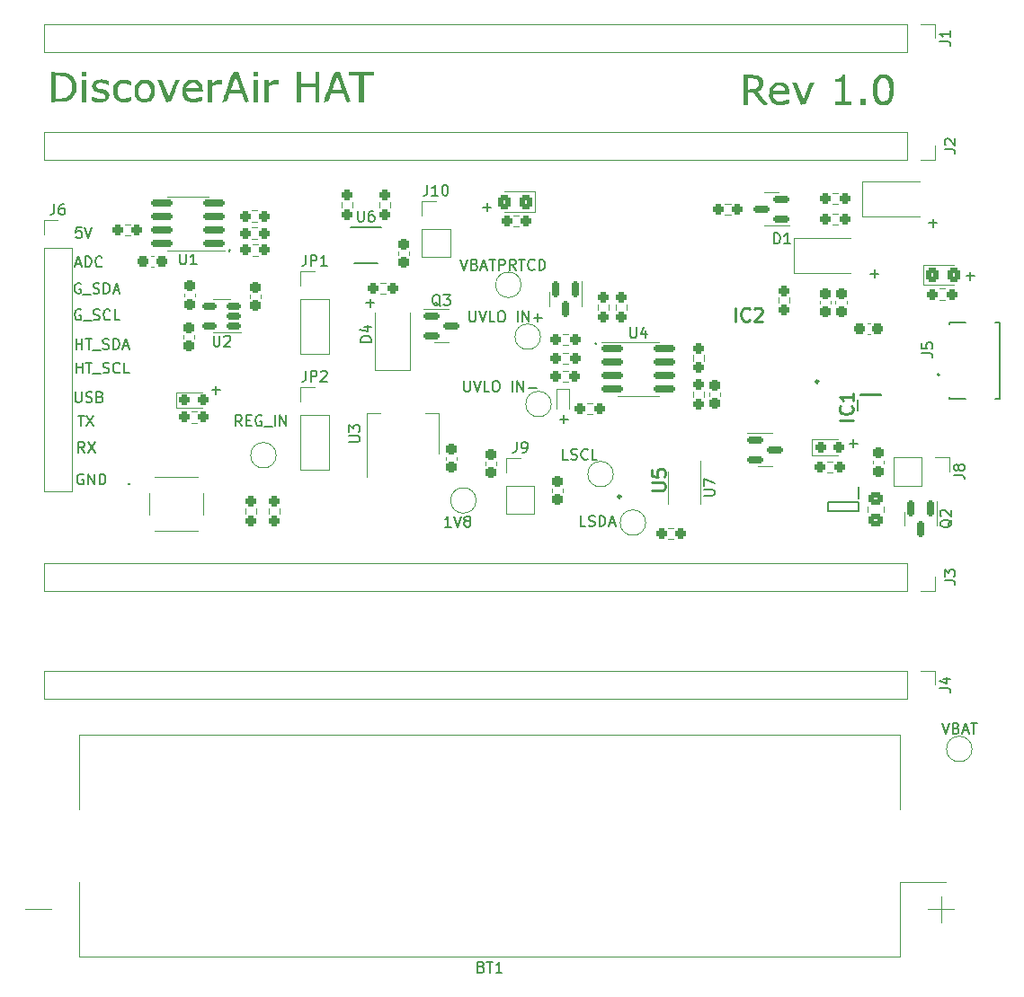
<source format=gto>
G04 #@! TF.GenerationSoftware,KiCad,Pcbnew,6.0.4*
G04 #@! TF.CreationDate,2022-04-09T16:32:54+02:00*
G04 #@! TF.ProjectId,main,6d61696e-2e6b-4696-9361-645f70636258,rev?*
G04 #@! TF.SameCoordinates,Original*
G04 #@! TF.FileFunction,Legend,Top*
G04 #@! TF.FilePolarity,Positive*
%FSLAX46Y46*%
G04 Gerber Fmt 4.6, Leading zero omitted, Abs format (unit mm)*
G04 Created by KiCad (PCBNEW 6.0.4) date 2022-04-09 16:32:54*
%MOMM*%
%LPD*%
G01*
G04 APERTURE LIST*
G04 Aperture macros list*
%AMRoundRect*
0 Rectangle with rounded corners*
0 $1 Rounding radius*
0 $2 $3 $4 $5 $6 $7 $8 $9 X,Y pos of 4 corners*
0 Add a 4 corners polygon primitive as box body*
4,1,4,$2,$3,$4,$5,$6,$7,$8,$9,$2,$3,0*
0 Add four circle primitives for the rounded corners*
1,1,$1+$1,$2,$3*
1,1,$1+$1,$4,$5*
1,1,$1+$1,$6,$7*
1,1,$1+$1,$8,$9*
0 Add four rect primitives between the rounded corners*
20,1,$1+$1,$2,$3,$4,$5,0*
20,1,$1+$1,$4,$5,$6,$7,0*
20,1,$1+$1,$6,$7,$8,$9,0*
20,1,$1+$1,$8,$9,$2,$3,0*%
G04 Aperture macros list end*
%ADD10C,0.150000*%
%ADD11C,0.254000*%
%ADD12C,0.200000*%
%ADD13C,0.100000*%
%ADD14C,0.120000*%
%ADD15C,0.250000*%
%ADD16C,0.127000*%
%ADD17R,1.000000X0.750000*%
%ADD18RoundRect,0.237500X-0.237500X0.250000X-0.237500X-0.250000X0.237500X-0.250000X0.237500X0.250000X0*%
%ADD19RoundRect,0.237500X-0.250000X-0.237500X0.250000X-0.237500X0.250000X0.237500X-0.250000X0.237500X0*%
%ADD20RoundRect,0.237500X0.250000X0.237500X-0.250000X0.237500X-0.250000X-0.237500X0.250000X-0.237500X0*%
%ADD21RoundRect,0.250000X-0.325000X-0.450000X0.325000X-0.450000X0.325000X0.450000X-0.325000X0.450000X0*%
%ADD22RoundRect,0.250000X0.325000X0.450000X-0.325000X0.450000X-0.325000X-0.450000X0.325000X-0.450000X0*%
%ADD23RoundRect,0.237500X-0.287500X-0.237500X0.287500X-0.237500X0.287500X0.237500X-0.287500X0.237500X0*%
%ADD24R,0.700000X0.600000*%
%ADD25R,1.700000X1.700000*%
%ADD26O,1.700000X1.700000*%
%ADD27R,3.800000X2.000000*%
%ADD28R,1.500000X2.000000*%
%ADD29C,2.000000*%
%ADD30R,2.500000X1.800000*%
%ADD31RoundRect,0.237500X0.237500X-0.250000X0.237500X0.250000X-0.237500X0.250000X-0.237500X-0.250000X0*%
%ADD32RoundRect,0.150000X-0.150000X0.587500X-0.150000X-0.587500X0.150000X-0.587500X0.150000X0.587500X0*%
%ADD33RoundRect,0.237500X0.237500X-0.300000X0.237500X0.300000X-0.237500X0.300000X-0.237500X-0.300000X0*%
%ADD34R,7.340000X6.350000*%
%ADD35C,2.390000*%
%ADD36C,3.450000*%
%ADD37RoundRect,0.250000X0.450000X-0.350000X0.450000X0.350000X-0.450000X0.350000X-0.450000X-0.350000X0*%
%ADD38RoundRect,0.150000X0.587500X0.150000X-0.587500X0.150000X-0.587500X-0.150000X0.587500X-0.150000X0*%
%ADD39RoundRect,0.237500X-0.237500X0.300000X-0.237500X-0.300000X0.237500X-0.300000X0.237500X0.300000X0*%
%ADD40R,0.300000X1.600000*%
%ADD41R,0.450000X0.800000*%
%ADD42R,1.700000X1.250000*%
%ADD43R,1.800000X2.500000*%
%ADD44RoundRect,0.150000X-0.587500X-0.150000X0.587500X-0.150000X0.587500X0.150000X-0.587500X0.150000X0*%
%ADD45R,0.400000X1.050000*%
%ADD46R,0.550000X1.050000*%
%ADD47RoundRect,0.150000X-0.825000X-0.150000X0.825000X-0.150000X0.825000X0.150000X-0.825000X0.150000X0*%
%ADD48RoundRect,0.150000X0.512500X0.150000X-0.512500X0.150000X-0.512500X-0.150000X0.512500X-0.150000X0*%
%ADD49RoundRect,0.150000X0.825000X0.150000X-0.825000X0.150000X-0.825000X-0.150000X0.825000X-0.150000X0*%
%ADD50R,3.350000X3.350000*%
%ADD51R,0.300000X1.000000*%
%ADD52R,1.000000X0.300000*%
%ADD53O,2.140000X1.070000*%
%ADD54C,1.300000*%
%ADD55R,1.350000X0.600000*%
%ADD56R,1.250000X0.400000*%
%ADD57R,0.600000X0.400000*%
%ADD58R,1.500000X2.400000*%
%ADD59RoundRect,0.237500X0.300000X0.237500X-0.300000X0.237500X-0.300000X-0.237500X0.300000X-0.237500X0*%
%ADD60RoundRect,0.237500X-0.300000X-0.237500X0.300000X-0.237500X0.300000X0.237500X-0.300000X0.237500X0*%
G04 APERTURE END LIST*
D10*
X135619047Y-104821428D02*
X136380952Y-104821428D01*
X136000000Y-105202380D02*
X136000000Y-104440476D01*
X117369047Y-93821428D02*
X118130952Y-93821428D01*
X117750000Y-94202380D02*
X117750000Y-93440476D01*
X162869047Y-107071428D02*
X163630952Y-107071428D01*
X163250000Y-107452380D02*
X163250000Y-106690476D01*
X102869047Y-102071428D02*
X103630952Y-102071428D01*
X103250000Y-102452380D02*
X103250000Y-101690476D01*
X173869047Y-91321428D02*
X174630952Y-91321428D01*
X174250000Y-91702380D02*
X174250000Y-90940476D01*
X128369047Y-84821428D02*
X129130952Y-84821428D01*
X128750000Y-85202380D02*
X128750000Y-84440476D01*
X164869047Y-91071428D02*
X165630952Y-91071428D01*
X165250000Y-91452380D02*
X165250000Y-90690476D01*
X170369047Y-86321428D02*
X171130952Y-86321428D01*
X170750000Y-86702380D02*
X170750000Y-85940476D01*
X104500000Y-88857142D02*
X104547619Y-88904761D01*
X104500000Y-88952380D01*
X104452380Y-88904761D01*
X104500000Y-88857142D01*
X104500000Y-88952380D01*
X139000000Y-97607142D02*
X139047619Y-97654761D01*
X139000000Y-97702380D01*
X138952380Y-97654761D01*
X139000000Y-97607142D01*
X139000000Y-97702380D01*
X90559523Y-86702380D02*
X90083333Y-86702380D01*
X90035714Y-87178571D01*
X90083333Y-87130952D01*
X90178571Y-87083333D01*
X90416666Y-87083333D01*
X90511904Y-87130952D01*
X90559523Y-87178571D01*
X90607142Y-87273809D01*
X90607142Y-87511904D01*
X90559523Y-87607142D01*
X90511904Y-87654761D01*
X90416666Y-87702380D01*
X90178571Y-87702380D01*
X90083333Y-87654761D01*
X90035714Y-87607142D01*
X90892857Y-86702380D02*
X91226190Y-87702380D01*
X91559523Y-86702380D01*
X90011904Y-90166666D02*
X90488095Y-90166666D01*
X89916666Y-90452380D02*
X90250000Y-89452380D01*
X90583333Y-90452380D01*
X90916666Y-90452380D02*
X90916666Y-89452380D01*
X91154761Y-89452380D01*
X91297619Y-89500000D01*
X91392857Y-89595238D01*
X91440476Y-89690476D01*
X91488095Y-89880952D01*
X91488095Y-90023809D01*
X91440476Y-90214285D01*
X91392857Y-90309523D01*
X91297619Y-90404761D01*
X91154761Y-90452380D01*
X90916666Y-90452380D01*
X92488095Y-90357142D02*
X92440476Y-90404761D01*
X92297619Y-90452380D01*
X92202380Y-90452380D01*
X92059523Y-90404761D01*
X91964285Y-90309523D01*
X91916666Y-90214285D01*
X91869047Y-90023809D01*
X91869047Y-89880952D01*
X91916666Y-89690476D01*
X91964285Y-89595238D01*
X92059523Y-89500000D01*
X92202380Y-89452380D01*
X92297619Y-89452380D01*
X92440476Y-89500000D01*
X92488095Y-89547619D01*
X90476190Y-92000000D02*
X90380952Y-91952380D01*
X90238095Y-91952380D01*
X90095238Y-92000000D01*
X90000000Y-92095238D01*
X89952380Y-92190476D01*
X89904761Y-92380952D01*
X89904761Y-92523809D01*
X89952380Y-92714285D01*
X90000000Y-92809523D01*
X90095238Y-92904761D01*
X90238095Y-92952380D01*
X90333333Y-92952380D01*
X90476190Y-92904761D01*
X90523809Y-92857142D01*
X90523809Y-92523809D01*
X90333333Y-92523809D01*
X90714285Y-93047619D02*
X91476190Y-93047619D01*
X91666666Y-92904761D02*
X91809523Y-92952380D01*
X92047619Y-92952380D01*
X92142857Y-92904761D01*
X92190476Y-92857142D01*
X92238095Y-92761904D01*
X92238095Y-92666666D01*
X92190476Y-92571428D01*
X92142857Y-92523809D01*
X92047619Y-92476190D01*
X91857142Y-92428571D01*
X91761904Y-92380952D01*
X91714285Y-92333333D01*
X91666666Y-92238095D01*
X91666666Y-92142857D01*
X91714285Y-92047619D01*
X91761904Y-92000000D01*
X91857142Y-91952380D01*
X92095238Y-91952380D01*
X92238095Y-92000000D01*
X92666666Y-92952380D02*
X92666666Y-91952380D01*
X92904761Y-91952380D01*
X93047619Y-92000000D01*
X93142857Y-92095238D01*
X93190476Y-92190476D01*
X93238095Y-92380952D01*
X93238095Y-92523809D01*
X93190476Y-92714285D01*
X93142857Y-92809523D01*
X93047619Y-92904761D01*
X92904761Y-92952380D01*
X92666666Y-92952380D01*
X93619047Y-92666666D02*
X94095238Y-92666666D01*
X93523809Y-92952380D02*
X93857142Y-91952380D01*
X94190476Y-92952380D01*
X90500000Y-94500000D02*
X90404761Y-94452380D01*
X90261904Y-94452380D01*
X90119047Y-94500000D01*
X90023809Y-94595238D01*
X89976190Y-94690476D01*
X89928571Y-94880952D01*
X89928571Y-95023809D01*
X89976190Y-95214285D01*
X90023809Y-95309523D01*
X90119047Y-95404761D01*
X90261904Y-95452380D01*
X90357142Y-95452380D01*
X90500000Y-95404761D01*
X90547619Y-95357142D01*
X90547619Y-95023809D01*
X90357142Y-95023809D01*
X90738095Y-95547619D02*
X91500000Y-95547619D01*
X91690476Y-95404761D02*
X91833333Y-95452380D01*
X92071428Y-95452380D01*
X92166666Y-95404761D01*
X92214285Y-95357142D01*
X92261904Y-95261904D01*
X92261904Y-95166666D01*
X92214285Y-95071428D01*
X92166666Y-95023809D01*
X92071428Y-94976190D01*
X91880952Y-94928571D01*
X91785714Y-94880952D01*
X91738095Y-94833333D01*
X91690476Y-94738095D01*
X91690476Y-94642857D01*
X91738095Y-94547619D01*
X91785714Y-94500000D01*
X91880952Y-94452380D01*
X92119047Y-94452380D01*
X92261904Y-94500000D01*
X93261904Y-95357142D02*
X93214285Y-95404761D01*
X93071428Y-95452380D01*
X92976190Y-95452380D01*
X92833333Y-95404761D01*
X92738095Y-95309523D01*
X92690476Y-95214285D01*
X92642857Y-95023809D01*
X92642857Y-94880952D01*
X92690476Y-94690476D01*
X92738095Y-94595238D01*
X92833333Y-94500000D01*
X92976190Y-94452380D01*
X93071428Y-94452380D01*
X93214285Y-94500000D01*
X93261904Y-94547619D01*
X94166666Y-95452380D02*
X93690476Y-95452380D01*
X93690476Y-94452380D01*
X90047619Y-98202380D02*
X90047619Y-97202380D01*
X90047619Y-97678571D02*
X90619047Y-97678571D01*
X90619047Y-98202380D02*
X90619047Y-97202380D01*
X90952380Y-97202380D02*
X91523809Y-97202380D01*
X91238095Y-98202380D02*
X91238095Y-97202380D01*
X91619047Y-98297619D02*
X92380952Y-98297619D01*
X92571428Y-98154761D02*
X92714285Y-98202380D01*
X92952380Y-98202380D01*
X93047619Y-98154761D01*
X93095238Y-98107142D01*
X93142857Y-98011904D01*
X93142857Y-97916666D01*
X93095238Y-97821428D01*
X93047619Y-97773809D01*
X92952380Y-97726190D01*
X92761904Y-97678571D01*
X92666666Y-97630952D01*
X92619047Y-97583333D01*
X92571428Y-97488095D01*
X92571428Y-97392857D01*
X92619047Y-97297619D01*
X92666666Y-97250000D01*
X92761904Y-97202380D01*
X93000000Y-97202380D01*
X93142857Y-97250000D01*
X93571428Y-98202380D02*
X93571428Y-97202380D01*
X93809523Y-97202380D01*
X93952380Y-97250000D01*
X94047619Y-97345238D01*
X94095238Y-97440476D01*
X94142857Y-97630952D01*
X94142857Y-97773809D01*
X94095238Y-97964285D01*
X94047619Y-98059523D01*
X93952380Y-98154761D01*
X93809523Y-98202380D01*
X93571428Y-98202380D01*
X94523809Y-97916666D02*
X95000000Y-97916666D01*
X94428571Y-98202380D02*
X94761904Y-97202380D01*
X95095238Y-98202380D01*
X90071428Y-100452380D02*
X90071428Y-99452380D01*
X90071428Y-99928571D02*
X90642857Y-99928571D01*
X90642857Y-100452380D02*
X90642857Y-99452380D01*
X90976190Y-99452380D02*
X91547619Y-99452380D01*
X91261904Y-100452380D02*
X91261904Y-99452380D01*
X91642857Y-100547619D02*
X92404761Y-100547619D01*
X92595238Y-100404761D02*
X92738095Y-100452380D01*
X92976190Y-100452380D01*
X93071428Y-100404761D01*
X93119047Y-100357142D01*
X93166666Y-100261904D01*
X93166666Y-100166666D01*
X93119047Y-100071428D01*
X93071428Y-100023809D01*
X92976190Y-99976190D01*
X92785714Y-99928571D01*
X92690476Y-99880952D01*
X92642857Y-99833333D01*
X92595238Y-99738095D01*
X92595238Y-99642857D01*
X92642857Y-99547619D01*
X92690476Y-99500000D01*
X92785714Y-99452380D01*
X93023809Y-99452380D01*
X93166666Y-99500000D01*
X94166666Y-100357142D02*
X94119047Y-100404761D01*
X93976190Y-100452380D01*
X93880952Y-100452380D01*
X93738095Y-100404761D01*
X93642857Y-100309523D01*
X93595238Y-100214285D01*
X93547619Y-100023809D01*
X93547619Y-99880952D01*
X93595238Y-99690476D01*
X93642857Y-99595238D01*
X93738095Y-99500000D01*
X93880952Y-99452380D01*
X93976190Y-99452380D01*
X94119047Y-99500000D01*
X94166666Y-99547619D01*
X95071428Y-100452380D02*
X94595238Y-100452380D01*
X94595238Y-99452380D01*
X89988095Y-102202380D02*
X89988095Y-103011904D01*
X90035714Y-103107142D01*
X90083333Y-103154761D01*
X90178571Y-103202380D01*
X90369047Y-103202380D01*
X90464285Y-103154761D01*
X90511904Y-103107142D01*
X90559523Y-103011904D01*
X90559523Y-102202380D01*
X90988095Y-103154761D02*
X91130952Y-103202380D01*
X91369047Y-103202380D01*
X91464285Y-103154761D01*
X91511904Y-103107142D01*
X91559523Y-103011904D01*
X91559523Y-102916666D01*
X91511904Y-102821428D01*
X91464285Y-102773809D01*
X91369047Y-102726190D01*
X91178571Y-102678571D01*
X91083333Y-102630952D01*
X91035714Y-102583333D01*
X90988095Y-102488095D01*
X90988095Y-102392857D01*
X91035714Y-102297619D01*
X91083333Y-102250000D01*
X91178571Y-102202380D01*
X91416666Y-102202380D01*
X91559523Y-102250000D01*
X92321428Y-102678571D02*
X92464285Y-102726190D01*
X92511904Y-102773809D01*
X92559523Y-102869047D01*
X92559523Y-103011904D01*
X92511904Y-103107142D01*
X92464285Y-103154761D01*
X92369047Y-103202380D01*
X91988095Y-103202380D01*
X91988095Y-102202380D01*
X92321428Y-102202380D01*
X92416666Y-102250000D01*
X92464285Y-102297619D01*
X92511904Y-102392857D01*
X92511904Y-102488095D01*
X92464285Y-102583333D01*
X92416666Y-102630952D01*
X92321428Y-102678571D01*
X91988095Y-102678571D01*
X90238095Y-104452380D02*
X90809523Y-104452380D01*
X90523809Y-105452380D02*
X90523809Y-104452380D01*
X91047619Y-104452380D02*
X91714285Y-105452380D01*
X91714285Y-104452380D02*
X91047619Y-105452380D01*
X90833333Y-107952380D02*
X90500000Y-107476190D01*
X90261904Y-107952380D02*
X90261904Y-106952380D01*
X90642857Y-106952380D01*
X90738095Y-107000000D01*
X90785714Y-107047619D01*
X90833333Y-107142857D01*
X90833333Y-107285714D01*
X90785714Y-107380952D01*
X90738095Y-107428571D01*
X90642857Y-107476190D01*
X90261904Y-107476190D01*
X91166666Y-106952380D02*
X91833333Y-107952380D01*
X91833333Y-106952380D02*
X91166666Y-107952380D01*
X90738095Y-110000000D02*
X90642857Y-109952380D01*
X90500000Y-109952380D01*
X90357142Y-110000000D01*
X90261904Y-110095238D01*
X90214285Y-110190476D01*
X90166666Y-110380952D01*
X90166666Y-110523809D01*
X90214285Y-110714285D01*
X90261904Y-110809523D01*
X90357142Y-110904761D01*
X90500000Y-110952380D01*
X90595238Y-110952380D01*
X90738095Y-110904761D01*
X90785714Y-110857142D01*
X90785714Y-110523809D01*
X90595238Y-110523809D01*
X91214285Y-110952380D02*
X91214285Y-109952380D01*
X91785714Y-110952380D01*
X91785714Y-109952380D01*
X92261904Y-110952380D02*
X92261904Y-109952380D01*
X92500000Y-109952380D01*
X92642857Y-110000000D01*
X92738095Y-110095238D01*
X92785714Y-110190476D01*
X92833333Y-110380952D01*
X92833333Y-110523809D01*
X92785714Y-110714285D01*
X92738095Y-110809523D01*
X92642857Y-110904761D01*
X92500000Y-110952380D01*
X92261904Y-110952380D01*
X125380952Y-114952380D02*
X124809523Y-114952380D01*
X125095238Y-114952380D02*
X125095238Y-113952380D01*
X125000000Y-114095238D01*
X124904761Y-114190476D01*
X124809523Y-114238095D01*
X125666666Y-113952380D02*
X126000000Y-114952380D01*
X126333333Y-113952380D01*
X126809523Y-114380952D02*
X126714285Y-114333333D01*
X126666666Y-114285714D01*
X126619047Y-114190476D01*
X126619047Y-114142857D01*
X126666666Y-114047619D01*
X126714285Y-114000000D01*
X126809523Y-113952380D01*
X127000000Y-113952380D01*
X127095238Y-114000000D01*
X127142857Y-114047619D01*
X127190476Y-114142857D01*
X127190476Y-114190476D01*
X127142857Y-114285714D01*
X127095238Y-114333333D01*
X127000000Y-114380952D01*
X126809523Y-114380952D01*
X126714285Y-114428571D01*
X126666666Y-114476190D01*
X126619047Y-114571428D01*
X126619047Y-114761904D01*
X126666666Y-114857142D01*
X126714285Y-114904761D01*
X126809523Y-114952380D01*
X127000000Y-114952380D01*
X127095238Y-114904761D01*
X127142857Y-114857142D01*
X127190476Y-114761904D01*
X127190476Y-114571428D01*
X127142857Y-114476190D01*
X127095238Y-114428571D01*
X127000000Y-114380952D01*
X105664285Y-105432380D02*
X105330952Y-104956190D01*
X105092857Y-105432380D02*
X105092857Y-104432380D01*
X105473809Y-104432380D01*
X105569047Y-104480000D01*
X105616666Y-104527619D01*
X105664285Y-104622857D01*
X105664285Y-104765714D01*
X105616666Y-104860952D01*
X105569047Y-104908571D01*
X105473809Y-104956190D01*
X105092857Y-104956190D01*
X106092857Y-104908571D02*
X106426190Y-104908571D01*
X106569047Y-105432380D02*
X106092857Y-105432380D01*
X106092857Y-104432380D01*
X106569047Y-104432380D01*
X107521428Y-104480000D02*
X107426190Y-104432380D01*
X107283333Y-104432380D01*
X107140476Y-104480000D01*
X107045238Y-104575238D01*
X106997619Y-104670476D01*
X106950000Y-104860952D01*
X106950000Y-105003809D01*
X106997619Y-105194285D01*
X107045238Y-105289523D01*
X107140476Y-105384761D01*
X107283333Y-105432380D01*
X107378571Y-105432380D01*
X107521428Y-105384761D01*
X107569047Y-105337142D01*
X107569047Y-105003809D01*
X107378571Y-105003809D01*
X107759523Y-105527619D02*
X108521428Y-105527619D01*
X108759523Y-105432380D02*
X108759523Y-104432380D01*
X109235714Y-105432380D02*
X109235714Y-104432380D01*
X109807142Y-105432380D01*
X109807142Y-104432380D01*
X138044761Y-114882380D02*
X137568571Y-114882380D01*
X137568571Y-113882380D01*
X138330476Y-114834761D02*
X138473333Y-114882380D01*
X138711428Y-114882380D01*
X138806666Y-114834761D01*
X138854285Y-114787142D01*
X138901904Y-114691904D01*
X138901904Y-114596666D01*
X138854285Y-114501428D01*
X138806666Y-114453809D01*
X138711428Y-114406190D01*
X138520952Y-114358571D01*
X138425714Y-114310952D01*
X138378095Y-114263333D01*
X138330476Y-114168095D01*
X138330476Y-114072857D01*
X138378095Y-113977619D01*
X138425714Y-113930000D01*
X138520952Y-113882380D01*
X138759047Y-113882380D01*
X138901904Y-113930000D01*
X139330476Y-114882380D02*
X139330476Y-113882380D01*
X139568571Y-113882380D01*
X139711428Y-113930000D01*
X139806666Y-114025238D01*
X139854285Y-114120476D01*
X139901904Y-114310952D01*
X139901904Y-114453809D01*
X139854285Y-114644285D01*
X139806666Y-114739523D01*
X139711428Y-114834761D01*
X139568571Y-114882380D01*
X139330476Y-114882380D01*
X140282857Y-114596666D02*
X140759047Y-114596666D01*
X140187619Y-114882380D02*
X140520952Y-113882380D01*
X140854285Y-114882380D01*
X126595238Y-101202380D02*
X126595238Y-102011904D01*
X126642857Y-102107142D01*
X126690476Y-102154761D01*
X126785714Y-102202380D01*
X126976190Y-102202380D01*
X127071428Y-102154761D01*
X127119047Y-102107142D01*
X127166666Y-102011904D01*
X127166666Y-101202380D01*
X127500000Y-101202380D02*
X127833333Y-102202380D01*
X128166666Y-101202380D01*
X128976190Y-102202380D02*
X128500000Y-102202380D01*
X128500000Y-101202380D01*
X129500000Y-101202380D02*
X129690476Y-101202380D01*
X129785714Y-101250000D01*
X129880952Y-101345238D01*
X129928571Y-101535714D01*
X129928571Y-101869047D01*
X129880952Y-102059523D01*
X129785714Y-102154761D01*
X129690476Y-102202380D01*
X129500000Y-102202380D01*
X129404761Y-102154761D01*
X129309523Y-102059523D01*
X129261904Y-101869047D01*
X129261904Y-101535714D01*
X129309523Y-101345238D01*
X129404761Y-101250000D01*
X129500000Y-101202380D01*
X131119047Y-102202380D02*
X131119047Y-101202380D01*
X131595238Y-102202380D02*
X131595238Y-101202380D01*
X132166666Y-102202380D01*
X132166666Y-101202380D01*
X132642857Y-101821428D02*
X133404761Y-101821428D01*
X171617142Y-133442380D02*
X171950476Y-134442380D01*
X172283809Y-133442380D01*
X172950476Y-133918571D02*
X173093333Y-133966190D01*
X173140952Y-134013809D01*
X173188571Y-134109047D01*
X173188571Y-134251904D01*
X173140952Y-134347142D01*
X173093333Y-134394761D01*
X172998095Y-134442380D01*
X172617142Y-134442380D01*
X172617142Y-133442380D01*
X172950476Y-133442380D01*
X173045714Y-133490000D01*
X173093333Y-133537619D01*
X173140952Y-133632857D01*
X173140952Y-133728095D01*
X173093333Y-133823333D01*
X173045714Y-133870952D01*
X172950476Y-133918571D01*
X172617142Y-133918571D01*
X173569523Y-134156666D02*
X174045714Y-134156666D01*
X173474285Y-134442380D02*
X173807619Y-133442380D01*
X174140952Y-134442380D01*
X174331428Y-133442380D02*
X174902857Y-133442380D01*
X174617142Y-134442380D02*
X174617142Y-133442380D01*
X136388571Y-108612380D02*
X135912380Y-108612380D01*
X135912380Y-107612380D01*
X136674285Y-108564761D02*
X136817142Y-108612380D01*
X137055238Y-108612380D01*
X137150476Y-108564761D01*
X137198095Y-108517142D01*
X137245714Y-108421904D01*
X137245714Y-108326666D01*
X137198095Y-108231428D01*
X137150476Y-108183809D01*
X137055238Y-108136190D01*
X136864761Y-108088571D01*
X136769523Y-108040952D01*
X136721904Y-107993333D01*
X136674285Y-107898095D01*
X136674285Y-107802857D01*
X136721904Y-107707619D01*
X136769523Y-107660000D01*
X136864761Y-107612380D01*
X137102857Y-107612380D01*
X137245714Y-107660000D01*
X138245714Y-108517142D02*
X138198095Y-108564761D01*
X138055238Y-108612380D01*
X137960000Y-108612380D01*
X137817142Y-108564761D01*
X137721904Y-108469523D01*
X137674285Y-108374285D01*
X137626666Y-108183809D01*
X137626666Y-108040952D01*
X137674285Y-107850476D01*
X137721904Y-107755238D01*
X137817142Y-107660000D01*
X137960000Y-107612380D01*
X138055238Y-107612380D01*
X138198095Y-107660000D01*
X138245714Y-107707619D01*
X139150476Y-108612380D02*
X138674285Y-108612380D01*
X138674285Y-107612380D01*
X126276190Y-89742380D02*
X126609523Y-90742380D01*
X126942857Y-89742380D01*
X127609523Y-90218571D02*
X127752380Y-90266190D01*
X127800000Y-90313809D01*
X127847619Y-90409047D01*
X127847619Y-90551904D01*
X127800000Y-90647142D01*
X127752380Y-90694761D01*
X127657142Y-90742380D01*
X127276190Y-90742380D01*
X127276190Y-89742380D01*
X127609523Y-89742380D01*
X127704761Y-89790000D01*
X127752380Y-89837619D01*
X127800000Y-89932857D01*
X127800000Y-90028095D01*
X127752380Y-90123333D01*
X127704761Y-90170952D01*
X127609523Y-90218571D01*
X127276190Y-90218571D01*
X128228571Y-90456666D02*
X128704761Y-90456666D01*
X128133333Y-90742380D02*
X128466666Y-89742380D01*
X128800000Y-90742380D01*
X128990476Y-89742380D02*
X129561904Y-89742380D01*
X129276190Y-90742380D02*
X129276190Y-89742380D01*
X129895238Y-90742380D02*
X129895238Y-89742380D01*
X130276190Y-89742380D01*
X130371428Y-89790000D01*
X130419047Y-89837619D01*
X130466666Y-89932857D01*
X130466666Y-90075714D01*
X130419047Y-90170952D01*
X130371428Y-90218571D01*
X130276190Y-90266190D01*
X129895238Y-90266190D01*
X131466666Y-90742380D02*
X131133333Y-90266190D01*
X130895238Y-90742380D02*
X130895238Y-89742380D01*
X131276190Y-89742380D01*
X131371428Y-89790000D01*
X131419047Y-89837619D01*
X131466666Y-89932857D01*
X131466666Y-90075714D01*
X131419047Y-90170952D01*
X131371428Y-90218571D01*
X131276190Y-90266190D01*
X130895238Y-90266190D01*
X131752380Y-89742380D02*
X132323809Y-89742380D01*
X132038095Y-90742380D02*
X132038095Y-89742380D01*
X133228571Y-90647142D02*
X133180952Y-90694761D01*
X133038095Y-90742380D01*
X132942857Y-90742380D01*
X132800000Y-90694761D01*
X132704761Y-90599523D01*
X132657142Y-90504285D01*
X132609523Y-90313809D01*
X132609523Y-90170952D01*
X132657142Y-89980476D01*
X132704761Y-89885238D01*
X132800000Y-89790000D01*
X132942857Y-89742380D01*
X133038095Y-89742380D01*
X133180952Y-89790000D01*
X133228571Y-89837619D01*
X133657142Y-90742380D02*
X133657142Y-89742380D01*
X133895238Y-89742380D01*
X134038095Y-89790000D01*
X134133333Y-89885238D01*
X134180952Y-89980476D01*
X134228571Y-90170952D01*
X134228571Y-90313809D01*
X134180952Y-90504285D01*
X134133333Y-90599523D01*
X134038095Y-90694761D01*
X133895238Y-90742380D01*
X133657142Y-90742380D01*
X127105238Y-94622380D02*
X127105238Y-95431904D01*
X127152857Y-95527142D01*
X127200476Y-95574761D01*
X127295714Y-95622380D01*
X127486190Y-95622380D01*
X127581428Y-95574761D01*
X127629047Y-95527142D01*
X127676666Y-95431904D01*
X127676666Y-94622380D01*
X128010000Y-94622380D02*
X128343333Y-95622380D01*
X128676666Y-94622380D01*
X129486190Y-95622380D02*
X129010000Y-95622380D01*
X129010000Y-94622380D01*
X130010000Y-94622380D02*
X130200476Y-94622380D01*
X130295714Y-94670000D01*
X130390952Y-94765238D01*
X130438571Y-94955714D01*
X130438571Y-95289047D01*
X130390952Y-95479523D01*
X130295714Y-95574761D01*
X130200476Y-95622380D01*
X130010000Y-95622380D01*
X129914761Y-95574761D01*
X129819523Y-95479523D01*
X129771904Y-95289047D01*
X129771904Y-94955714D01*
X129819523Y-94765238D01*
X129914761Y-94670000D01*
X130010000Y-94622380D01*
X131629047Y-95622380D02*
X131629047Y-94622380D01*
X132105238Y-95622380D02*
X132105238Y-94622380D01*
X132676666Y-95622380D01*
X132676666Y-94622380D01*
X133152857Y-95241428D02*
X133914761Y-95241428D01*
X133533809Y-95622380D02*
X133533809Y-94860476D01*
X111688666Y-89339380D02*
X111688666Y-90053666D01*
X111641047Y-90196523D01*
X111545809Y-90291761D01*
X111402952Y-90339380D01*
X111307714Y-90339380D01*
X112164857Y-90339380D02*
X112164857Y-89339380D01*
X112545809Y-89339380D01*
X112641047Y-89387000D01*
X112688666Y-89434619D01*
X112736285Y-89529857D01*
X112736285Y-89672714D01*
X112688666Y-89767952D01*
X112641047Y-89815571D01*
X112545809Y-89863190D01*
X112164857Y-89863190D01*
X113688666Y-90339380D02*
X113117238Y-90339380D01*
X113402952Y-90339380D02*
X113402952Y-89339380D01*
X113307714Y-89482238D01*
X113212476Y-89577476D01*
X113117238Y-89625095D01*
X115772380Y-106941904D02*
X116581904Y-106941904D01*
X116677142Y-106894285D01*
X116724761Y-106846666D01*
X116772380Y-106751428D01*
X116772380Y-106560952D01*
X116724761Y-106465714D01*
X116677142Y-106418095D01*
X116581904Y-106370476D01*
X115772380Y-106370476D01*
X115772380Y-105989523D02*
X115772380Y-105370476D01*
X116153333Y-105703809D01*
X116153333Y-105560952D01*
X116200952Y-105465714D01*
X116248571Y-105418095D01*
X116343809Y-105370476D01*
X116581904Y-105370476D01*
X116677142Y-105418095D01*
X116724761Y-105465714D01*
X116772380Y-105560952D01*
X116772380Y-105846666D01*
X116724761Y-105941904D01*
X116677142Y-105989523D01*
X172729380Y-110061333D02*
X173443666Y-110061333D01*
X173586523Y-110108952D01*
X173681761Y-110204190D01*
X173729380Y-110347047D01*
X173729380Y-110442285D01*
X173157952Y-109442285D02*
X173110333Y-109537523D01*
X173062714Y-109585142D01*
X172967476Y-109632761D01*
X172919857Y-109632761D01*
X172824619Y-109585142D01*
X172777000Y-109537523D01*
X172729380Y-109442285D01*
X172729380Y-109251809D01*
X172777000Y-109156571D01*
X172824619Y-109108952D01*
X172919857Y-109061333D01*
X172967476Y-109061333D01*
X173062714Y-109108952D01*
X173110333Y-109156571D01*
X173157952Y-109251809D01*
X173157952Y-109442285D01*
X173205571Y-109537523D01*
X173253190Y-109585142D01*
X173348428Y-109632761D01*
X173538904Y-109632761D01*
X173634142Y-109585142D01*
X173681761Y-109537523D01*
X173729380Y-109442285D01*
X173729380Y-109251809D01*
X173681761Y-109156571D01*
X173634142Y-109108952D01*
X173538904Y-109061333D01*
X173348428Y-109061333D01*
X173253190Y-109108952D01*
X173205571Y-109156571D01*
X173157952Y-109251809D01*
X128214285Y-156428571D02*
X128357142Y-156476190D01*
X128404761Y-156523809D01*
X128452380Y-156619047D01*
X128452380Y-156761904D01*
X128404761Y-156857142D01*
X128357142Y-156904761D01*
X128261904Y-156952380D01*
X127880952Y-156952380D01*
X127880952Y-155952380D01*
X128214285Y-155952380D01*
X128309523Y-156000000D01*
X128357142Y-156047619D01*
X128404761Y-156142857D01*
X128404761Y-156238095D01*
X128357142Y-156333333D01*
X128309523Y-156380952D01*
X128214285Y-156428571D01*
X127880952Y-156428571D01*
X128738095Y-155952380D02*
X129309523Y-155952380D01*
X129023809Y-156952380D02*
X129023809Y-155952380D01*
X130166666Y-156952380D02*
X129595238Y-156952380D01*
X129880952Y-156952380D02*
X129880952Y-155952380D01*
X129785714Y-156095238D01*
X129690476Y-156190476D01*
X129595238Y-156238095D01*
X149172380Y-112013904D02*
X149981904Y-112013904D01*
X150077142Y-111966285D01*
X150124761Y-111918666D01*
X150172380Y-111823428D01*
X150172380Y-111632952D01*
X150124761Y-111537714D01*
X150077142Y-111490095D01*
X149981904Y-111442476D01*
X149172380Y-111442476D01*
X149172380Y-111061523D02*
X149172380Y-110394857D01*
X150172380Y-110823428D01*
X171847380Y-79360333D02*
X172561666Y-79360333D01*
X172704523Y-79407952D01*
X172799761Y-79503190D01*
X172847380Y-79646047D01*
X172847380Y-79741285D01*
X171942619Y-78931761D02*
X171895000Y-78884142D01*
X171847380Y-78788904D01*
X171847380Y-78550809D01*
X171895000Y-78455571D01*
X171942619Y-78407952D01*
X172037857Y-78360333D01*
X172133095Y-78360333D01*
X172275952Y-78407952D01*
X172847380Y-78979380D01*
X172847380Y-78360333D01*
D11*
X144274523Y-111497619D02*
X145302619Y-111497619D01*
X145423571Y-111437142D01*
X145484047Y-111376666D01*
X145544523Y-111255714D01*
X145544523Y-111013809D01*
X145484047Y-110892857D01*
X145423571Y-110832380D01*
X145302619Y-110771904D01*
X144274523Y-110771904D01*
X144274523Y-109562380D02*
X144274523Y-110167142D01*
X144879285Y-110227619D01*
X144818809Y-110167142D01*
X144758333Y-110046190D01*
X144758333Y-109743809D01*
X144818809Y-109622857D01*
X144879285Y-109562380D01*
X145000238Y-109501904D01*
X145302619Y-109501904D01*
X145423571Y-109562380D01*
X145484047Y-109622857D01*
X145544523Y-109743809D01*
X145544523Y-110046190D01*
X145484047Y-110167142D01*
X145423571Y-110227619D01*
D10*
X117840380Y-97512095D02*
X116840380Y-97512095D01*
X116840380Y-97274000D01*
X116888000Y-97131142D01*
X116983238Y-97035904D01*
X117078476Y-96988285D01*
X117268952Y-96940666D01*
X117411809Y-96940666D01*
X117602285Y-96988285D01*
X117697523Y-97035904D01*
X117792761Y-97131142D01*
X117840380Y-97274000D01*
X117840380Y-97512095D01*
X117173714Y-96083523D02*
X117840380Y-96083523D01*
X116792761Y-96321619D02*
X117507047Y-96559714D01*
X117507047Y-95940666D01*
X124364761Y-94159619D02*
X124269523Y-94112000D01*
X124174285Y-94016761D01*
X124031428Y-93873904D01*
X123936190Y-93826285D01*
X123840952Y-93826285D01*
X123888571Y-94064380D02*
X123793333Y-94016761D01*
X123698095Y-93921523D01*
X123650476Y-93731047D01*
X123650476Y-93397714D01*
X123698095Y-93207238D01*
X123793333Y-93112000D01*
X123888571Y-93064380D01*
X124079047Y-93064380D01*
X124174285Y-93112000D01*
X124269523Y-93207238D01*
X124317142Y-93397714D01*
X124317142Y-93731047D01*
X124269523Y-93921523D01*
X124174285Y-94016761D01*
X124079047Y-94064380D01*
X123888571Y-94064380D01*
X124650476Y-93064380D02*
X125269523Y-93064380D01*
X124936190Y-93445333D01*
X125079047Y-93445333D01*
X125174285Y-93492952D01*
X125221904Y-93540571D01*
X125269523Y-93635809D01*
X125269523Y-93873904D01*
X125221904Y-93969142D01*
X125174285Y-94016761D01*
X125079047Y-94064380D01*
X124793333Y-94064380D01*
X124698095Y-94016761D01*
X124650476Y-93969142D01*
D11*
X163214523Y-104869761D02*
X161944523Y-104869761D01*
X163093571Y-103539285D02*
X163154047Y-103599761D01*
X163214523Y-103781190D01*
X163214523Y-103902142D01*
X163154047Y-104083571D01*
X163033095Y-104204523D01*
X162912142Y-104265000D01*
X162670238Y-104325476D01*
X162488809Y-104325476D01*
X162246904Y-104265000D01*
X162125952Y-104204523D01*
X162005000Y-104083571D01*
X161944523Y-103902142D01*
X161944523Y-103781190D01*
X162005000Y-103599761D01*
X162065476Y-103539285D01*
X163214523Y-102329761D02*
X163214523Y-103055476D01*
X163214523Y-102692619D02*
X161944523Y-102692619D01*
X162125952Y-102813571D01*
X162246904Y-102934523D01*
X162307380Y-103055476D01*
D10*
X142240095Y-96128380D02*
X142240095Y-96937904D01*
X142287714Y-97033142D01*
X142335333Y-97080761D01*
X142430571Y-97128380D01*
X142621047Y-97128380D01*
X142716285Y-97080761D01*
X142763904Y-97033142D01*
X142811523Y-96937904D01*
X142811523Y-96128380D01*
X143716285Y-96461714D02*
X143716285Y-97128380D01*
X143478190Y-96080761D02*
X143240095Y-96795047D01*
X143859142Y-96795047D01*
X171407380Y-69200333D02*
X172121666Y-69200333D01*
X172264523Y-69247952D01*
X172359761Y-69343190D01*
X172407380Y-69486047D01*
X172407380Y-69581285D01*
X172407380Y-68200333D02*
X172407380Y-68771761D01*
X172407380Y-68486047D02*
X171407380Y-68486047D01*
X171550238Y-68581285D01*
X171645476Y-68676523D01*
X171693095Y-68771761D01*
X123142476Y-82715380D02*
X123142476Y-83429666D01*
X123094857Y-83572523D01*
X122999619Y-83667761D01*
X122856761Y-83715380D01*
X122761523Y-83715380D01*
X124142476Y-83715380D02*
X123571047Y-83715380D01*
X123856761Y-83715380D02*
X123856761Y-82715380D01*
X123761523Y-82858238D01*
X123666285Y-82953476D01*
X123571047Y-83001095D01*
X124761523Y-82715380D02*
X124856761Y-82715380D01*
X124952000Y-82763000D01*
X124999619Y-82810619D01*
X125047238Y-82905857D01*
X125094857Y-83096333D01*
X125094857Y-83334428D01*
X125047238Y-83524904D01*
X124999619Y-83620142D01*
X124952000Y-83667761D01*
X124856761Y-83715380D01*
X124761523Y-83715380D01*
X124666285Y-83667761D01*
X124618666Y-83620142D01*
X124571047Y-83524904D01*
X124523428Y-83334428D01*
X124523428Y-83096333D01*
X124571047Y-82905857D01*
X124618666Y-82810619D01*
X124666285Y-82763000D01*
X124761523Y-82715380D01*
X131556666Y-106942380D02*
X131556666Y-107656666D01*
X131509047Y-107799523D01*
X131413809Y-107894761D01*
X131270952Y-107942380D01*
X131175714Y-107942380D01*
X132080476Y-107942380D02*
X132270952Y-107942380D01*
X132366190Y-107894761D01*
X132413809Y-107847142D01*
X132509047Y-107704285D01*
X132556666Y-107513809D01*
X132556666Y-107132857D01*
X132509047Y-107037619D01*
X132461428Y-106990000D01*
X132366190Y-106942380D01*
X132175714Y-106942380D01*
X132080476Y-106990000D01*
X132032857Y-107037619D01*
X131985238Y-107132857D01*
X131985238Y-107370952D01*
X132032857Y-107466190D01*
X132080476Y-107513809D01*
X132175714Y-107561428D01*
X132366190Y-107561428D01*
X132461428Y-107513809D01*
X132509047Y-107466190D01*
X132556666Y-107370952D01*
X103002095Y-96930380D02*
X103002095Y-97739904D01*
X103049714Y-97835142D01*
X103097333Y-97882761D01*
X103192571Y-97930380D01*
X103383047Y-97930380D01*
X103478285Y-97882761D01*
X103525904Y-97835142D01*
X103573523Y-97739904D01*
X103573523Y-96930380D01*
X104002095Y-97025619D02*
X104049714Y-96978000D01*
X104144952Y-96930380D01*
X104383047Y-96930380D01*
X104478285Y-96978000D01*
X104525904Y-97025619D01*
X104573523Y-97120857D01*
X104573523Y-97216095D01*
X104525904Y-97358952D01*
X103954476Y-97930380D01*
X104573523Y-97930380D01*
X99822095Y-89212380D02*
X99822095Y-90021904D01*
X99869714Y-90117142D01*
X99917333Y-90164761D01*
X100012571Y-90212380D01*
X100203047Y-90212380D01*
X100298285Y-90164761D01*
X100345904Y-90117142D01*
X100393523Y-90021904D01*
X100393523Y-89212380D01*
X101393523Y-90212380D02*
X100822095Y-90212380D01*
X101107809Y-90212380D02*
X101107809Y-89212380D01*
X101012571Y-89355238D01*
X100917333Y-89450476D01*
X100822095Y-89498095D01*
X171407380Y-130160333D02*
X172121666Y-130160333D01*
X172264523Y-130207952D01*
X172359761Y-130303190D01*
X172407380Y-130446047D01*
X172407380Y-130541285D01*
X171740714Y-129255571D02*
X172407380Y-129255571D01*
X171359761Y-129493666D02*
X172074047Y-129731761D01*
X172074047Y-129112714D01*
D11*
X152140238Y-95574523D02*
X152140238Y-94304523D01*
X153470714Y-95453571D02*
X153410238Y-95514047D01*
X153228809Y-95574523D01*
X153107857Y-95574523D01*
X152926428Y-95514047D01*
X152805476Y-95393095D01*
X152745000Y-95272142D01*
X152684523Y-95030238D01*
X152684523Y-94848809D01*
X152745000Y-94606904D01*
X152805476Y-94485952D01*
X152926428Y-94365000D01*
X153107857Y-94304523D01*
X153228809Y-94304523D01*
X153410238Y-94365000D01*
X153470714Y-94425476D01*
X153954523Y-94425476D02*
X154015000Y-94365000D01*
X154135952Y-94304523D01*
X154438333Y-94304523D01*
X154559285Y-94365000D01*
X154619761Y-94425476D01*
X154680238Y-94546428D01*
X154680238Y-94667380D01*
X154619761Y-94848809D01*
X153894047Y-95574523D01*
X154680238Y-95574523D01*
D10*
X171847380Y-120000333D02*
X172561666Y-120000333D01*
X172704523Y-120047952D01*
X172799761Y-120143190D01*
X172847380Y-120286047D01*
X172847380Y-120381285D01*
X171847380Y-119619380D02*
X171847380Y-119000333D01*
X172228333Y-119333666D01*
X172228333Y-119190809D01*
X172275952Y-119095571D01*
X172323571Y-119047952D01*
X172418809Y-119000333D01*
X172656904Y-119000333D01*
X172752142Y-119047952D01*
X172799761Y-119095571D01*
X172847380Y-119190809D01*
X172847380Y-119476523D01*
X172799761Y-119571761D01*
X172752142Y-119619380D01*
X155781904Y-88252380D02*
X155781904Y-87252380D01*
X156020000Y-87252380D01*
X156162857Y-87300000D01*
X156258095Y-87395238D01*
X156305714Y-87490476D01*
X156353333Y-87680952D01*
X156353333Y-87823809D01*
X156305714Y-88014285D01*
X156258095Y-88109523D01*
X156162857Y-88204761D01*
X156020000Y-88252380D01*
X155781904Y-88252380D01*
X157305714Y-88252380D02*
X156734285Y-88252380D01*
X157020000Y-88252380D02*
X157020000Y-87252380D01*
X156924761Y-87395238D01*
X156829523Y-87490476D01*
X156734285Y-87538095D01*
X169717380Y-98581583D02*
X170431666Y-98581583D01*
X170574523Y-98629202D01*
X170669761Y-98724440D01*
X170717380Y-98867297D01*
X170717380Y-98962535D01*
X169717380Y-97629202D02*
X169717380Y-98105392D01*
X170193571Y-98153011D01*
X170145952Y-98105392D01*
X170098333Y-98010154D01*
X170098333Y-97772059D01*
X170145952Y-97676821D01*
X170193571Y-97629202D01*
X170288809Y-97581583D01*
X170526904Y-97581583D01*
X170622142Y-97629202D01*
X170669761Y-97676821D01*
X170717380Y-97772059D01*
X170717380Y-98010154D01*
X170669761Y-98105392D01*
X170622142Y-98153011D01*
X116586095Y-85174380D02*
X116586095Y-85983904D01*
X116633714Y-86079142D01*
X116681333Y-86126761D01*
X116776571Y-86174380D01*
X116967047Y-86174380D01*
X117062285Y-86126761D01*
X117109904Y-86079142D01*
X117157523Y-85983904D01*
X117157523Y-85174380D01*
X118062285Y-85174380D02*
X117871809Y-85174380D01*
X117776571Y-85222000D01*
X117728952Y-85269619D01*
X117633714Y-85412476D01*
X117586095Y-85602952D01*
X117586095Y-85983904D01*
X117633714Y-86079142D01*
X117681333Y-86126761D01*
X117776571Y-86174380D01*
X117967047Y-86174380D01*
X118062285Y-86126761D01*
X118109904Y-86079142D01*
X118157523Y-85983904D01*
X118157523Y-85745809D01*
X118109904Y-85650571D01*
X118062285Y-85602952D01*
X117967047Y-85555333D01*
X117776571Y-85555333D01*
X117681333Y-85602952D01*
X117633714Y-85650571D01*
X117586095Y-85745809D01*
X172537619Y-114275238D02*
X172490000Y-114370476D01*
X172394761Y-114465714D01*
X172251904Y-114608571D01*
X172204285Y-114703809D01*
X172204285Y-114799047D01*
X172442380Y-114751428D02*
X172394761Y-114846666D01*
X172299523Y-114941904D01*
X172109047Y-114989523D01*
X171775714Y-114989523D01*
X171585238Y-114941904D01*
X171490000Y-114846666D01*
X171442380Y-114751428D01*
X171442380Y-114560952D01*
X171490000Y-114465714D01*
X171585238Y-114370476D01*
X171775714Y-114322857D01*
X172109047Y-114322857D01*
X172299523Y-114370476D01*
X172394761Y-114465714D01*
X172442380Y-114560952D01*
X172442380Y-114751428D01*
X171537619Y-113941904D02*
X171490000Y-113894285D01*
X171442380Y-113799047D01*
X171442380Y-113560952D01*
X171490000Y-113465714D01*
X171537619Y-113418095D01*
X171632857Y-113370476D01*
X171728095Y-113370476D01*
X171870952Y-113418095D01*
X172442380Y-113989523D01*
X172442380Y-113370476D01*
X88006666Y-84512380D02*
X88006666Y-85226666D01*
X87959047Y-85369523D01*
X87863809Y-85464761D01*
X87720952Y-85512380D01*
X87625714Y-85512380D01*
X88911428Y-84512380D02*
X88720952Y-84512380D01*
X88625714Y-84560000D01*
X88578095Y-84607619D01*
X88482857Y-84750476D01*
X88435238Y-84940952D01*
X88435238Y-85321904D01*
X88482857Y-85417142D01*
X88530476Y-85464761D01*
X88625714Y-85512380D01*
X88816190Y-85512380D01*
X88911428Y-85464761D01*
X88959047Y-85417142D01*
X89006666Y-85321904D01*
X89006666Y-85083809D01*
X88959047Y-84988571D01*
X88911428Y-84940952D01*
X88816190Y-84893333D01*
X88625714Y-84893333D01*
X88530476Y-84940952D01*
X88482857Y-84988571D01*
X88435238Y-85083809D01*
X111688666Y-100246380D02*
X111688666Y-100960666D01*
X111641047Y-101103523D01*
X111545809Y-101198761D01*
X111402952Y-101246380D01*
X111307714Y-101246380D01*
X112164857Y-101246380D02*
X112164857Y-100246380D01*
X112545809Y-100246380D01*
X112641047Y-100294000D01*
X112688666Y-100341619D01*
X112736285Y-100436857D01*
X112736285Y-100579714D01*
X112688666Y-100674952D01*
X112641047Y-100722571D01*
X112545809Y-100770190D01*
X112164857Y-100770190D01*
X113117238Y-100341619D02*
X113164857Y-100294000D01*
X113260095Y-100246380D01*
X113498190Y-100246380D01*
X113593428Y-100294000D01*
X113641047Y-100341619D01*
X113688666Y-100436857D01*
X113688666Y-100532095D01*
X113641047Y-100674952D01*
X113069619Y-101246380D01*
X113688666Y-101246380D01*
G36*
X155355742Y-73731733D02*
G01*
X155386089Y-73629090D01*
X155435183Y-73530723D01*
X155462723Y-73484808D01*
X155611529Y-73302124D01*
X155777920Y-73170145D01*
X155878802Y-73111746D01*
X155967385Y-73075816D01*
X156068621Y-73056970D01*
X156207465Y-73049822D01*
X156339784Y-73048896D01*
X156519945Y-73051138D01*
X156643731Y-73061119D01*
X156734718Y-73083719D01*
X156816480Y-73123819D01*
X156872130Y-73159114D01*
X157038049Y-73309772D01*
X157151633Y-73510360D01*
X157216512Y-73768158D01*
X157228426Y-73873747D01*
X157251602Y-74150631D01*
X156465801Y-74150631D01*
X156189782Y-74150569D01*
X155984627Y-74152498D01*
X155841209Y-74159592D01*
X155750401Y-74175023D01*
X155703076Y-74201964D01*
X155690107Y-74243590D01*
X155702366Y-74303072D01*
X155730728Y-74383585D01*
X155737952Y-74403678D01*
X155844448Y-74609246D01*
X155995331Y-74750807D01*
X156191539Y-74828528D01*
X156434011Y-74842576D01*
X156723687Y-74793119D01*
X157061503Y-74680326D01*
X157130000Y-74652257D01*
X157171557Y-74644477D01*
X157192516Y-74677527D01*
X157199571Y-74767745D01*
X157200000Y-74823067D01*
X157196614Y-74943209D01*
X157174672Y-75011438D01*
X157116493Y-75055964D01*
X157030000Y-75094301D01*
X156880043Y-75136885D01*
X156681819Y-75166169D01*
X156461558Y-75181107D01*
X156245494Y-75180653D01*
X156059856Y-75163763D01*
X155949918Y-75137356D01*
X155704706Y-75006604D01*
X155514796Y-74818610D01*
X155410556Y-74642017D01*
X155362396Y-74527042D01*
X155334272Y-74424510D01*
X155322453Y-74308002D01*
X155323206Y-74151098D01*
X155327055Y-74050976D01*
X155337715Y-73870190D01*
X155687489Y-73870190D01*
X156840000Y-73870190D01*
X156840000Y-73766198D01*
X156805384Y-73614792D01*
X156715677Y-73477378D01*
X156592092Y-73386176D01*
X156588923Y-73384837D01*
X156432651Y-73348158D01*
X156246298Y-73343380D01*
X156073211Y-73370599D01*
X156033930Y-73383618D01*
X155927932Y-73454136D01*
X155821110Y-73570546D01*
X155738094Y-73702775D01*
X155709251Y-73780048D01*
X155687489Y-73870190D01*
X155337715Y-73870190D01*
X155338084Y-73863934D01*
X155355742Y-73731733D01*
G37*
G36*
X165207466Y-73020897D02*
G01*
X165313305Y-72746950D01*
X165459449Y-72537481D01*
X165640000Y-72398044D01*
X165745199Y-72348290D01*
X165845613Y-72320956D01*
X165969438Y-72311376D01*
X166142979Y-72314807D01*
X166321251Y-72326293D01*
X166446996Y-72348161D01*
X166547605Y-72387236D01*
X166629039Y-72435891D01*
X166799202Y-72596271D01*
X166930034Y-72824368D01*
X167020662Y-73117641D01*
X167070213Y-73473549D01*
X167080000Y-73750000D01*
X167058874Y-74147042D01*
X166996079Y-74483176D01*
X166892487Y-74755863D01*
X166748970Y-74962560D01*
X166629039Y-75064110D01*
X166528753Y-75122016D01*
X166425408Y-75157217D01*
X166291610Y-75176537D01*
X166142979Y-75185194D01*
X165968135Y-75188604D01*
X165844646Y-75178884D01*
X165744315Y-75151369D01*
X165640000Y-75101957D01*
X165455617Y-74958421D01*
X165310394Y-74747424D01*
X165205502Y-74472020D01*
X165142114Y-74135266D01*
X165121389Y-73750000D01*
X165126662Y-73654391D01*
X165533202Y-73654391D01*
X165536383Y-73942334D01*
X165563548Y-74209205D01*
X165612489Y-74440754D01*
X165680994Y-74622729D01*
X165766855Y-74740878D01*
X165770942Y-74744342D01*
X165929153Y-74826829D01*
X166113616Y-74848890D01*
X166297534Y-74810074D01*
X166400000Y-74754911D01*
X166493993Y-74663708D01*
X166553723Y-74574486D01*
X166603472Y-74425466D01*
X166640942Y-74217801D01*
X166663988Y-73972330D01*
X166670466Y-73709889D01*
X166663026Y-73512425D01*
X166627315Y-73208742D01*
X166564332Y-72976534D01*
X166470825Y-72810846D01*
X166343539Y-72706723D01*
X166179221Y-72659210D01*
X166100000Y-72654943D01*
X165923550Y-72676985D01*
X165786916Y-72747880D01*
X165684578Y-72874778D01*
X165611018Y-73064831D01*
X165560718Y-73325189D01*
X165556217Y-73359628D01*
X165533202Y-73654391D01*
X165126662Y-73654391D01*
X165143103Y-73356265D01*
X165207466Y-73020897D01*
G37*
G36*
X153514031Y-72347792D02*
G01*
X153792433Y-72350718D01*
X154006040Y-72361390D01*
X154169906Y-72382648D01*
X154299084Y-72417330D01*
X154408629Y-72468278D01*
X154510042Y-72535680D01*
X154656370Y-72682688D01*
X154740208Y-72865391D01*
X154767442Y-73096799D01*
X154767446Y-73104733D01*
X154750614Y-73332245D01*
X154693532Y-73511458D01*
X154584402Y-73665058D01*
X154411427Y-73815730D01*
X154389035Y-73832337D01*
X154238070Y-73943007D01*
X154710779Y-74497529D01*
X154863893Y-74677893D01*
X154999766Y-74839366D01*
X155109485Y-74971240D01*
X155184135Y-75062809D01*
X155214105Y-75102130D01*
X155211763Y-75130373D01*
X155154264Y-75146179D01*
X155030614Y-75152016D01*
X154991211Y-75152209D01*
X154737701Y-75152209D01*
X154278850Y-74593433D01*
X153820000Y-74034657D01*
X153570000Y-74032549D01*
X153320000Y-74030442D01*
X153320000Y-75152209D01*
X152920000Y-75152209D01*
X152920000Y-73721758D01*
X153320000Y-73721758D01*
X153664855Y-73695209D01*
X153867936Y-73671703D01*
X154030330Y-73637360D01*
X154124208Y-73600917D01*
X154248269Y-73488673D01*
X154325418Y-73339426D01*
X154355299Y-73172781D01*
X154337553Y-73008343D01*
X154271823Y-72865717D01*
X154157752Y-72764510D01*
X154139636Y-72755547D01*
X154051644Y-72730605D01*
X153909497Y-72706280D01*
X153738965Y-72686684D01*
X153676636Y-72681653D01*
X153320000Y-72656299D01*
X153320000Y-73721758D01*
X152920000Y-73721758D01*
X152920000Y-72347792D01*
X153514031Y-72347792D01*
G37*
G36*
X158229793Y-73874070D02*
G01*
X158545506Y-74679213D01*
X158737678Y-74184559D01*
X158823340Y-73963632D01*
X158911506Y-73735520D01*
X158991373Y-73528210D01*
X159048427Y-73379417D01*
X159167002Y-73068928D01*
X159363501Y-73068928D01*
X159476101Y-73074417D01*
X159546456Y-73088429D01*
X159558492Y-73098975D01*
X159543492Y-73142593D01*
X159501955Y-73250368D01*
X159437837Y-73412378D01*
X159355095Y-73618702D01*
X159257685Y-73859420D01*
X159149562Y-74124610D01*
X159147111Y-74130600D01*
X158737238Y-75132177D01*
X158537969Y-75143962D01*
X158338699Y-75155746D01*
X157929036Y-74142384D01*
X157821368Y-73874965D01*
X157724310Y-73631811D01*
X157641740Y-73422805D01*
X157577533Y-73257831D01*
X157535569Y-73146771D01*
X157519723Y-73099507D01*
X157519686Y-73098975D01*
X157555837Y-73081720D01*
X157647784Y-73070854D01*
X157717040Y-73068928D01*
X157914080Y-73068928D01*
X158229793Y-73874070D01*
G37*
G36*
X162520000Y-74871767D02*
G01*
X163080000Y-74871767D01*
X163080000Y-75152209D01*
X161560000Y-75152209D01*
X161560000Y-74871767D01*
X162120000Y-74871767D01*
X162120000Y-72988802D01*
X161560000Y-72988802D01*
X161560000Y-72872899D01*
X161581372Y-72775195D01*
X161653579Y-72723306D01*
X161785257Y-72708360D01*
X161934141Y-72677810D01*
X162067794Y-72598580D01*
X162156949Y-72489300D01*
X162166888Y-72465412D01*
X162204777Y-72387602D01*
X162264605Y-72354376D01*
X162363913Y-72347792D01*
X162520000Y-72347792D01*
X162520000Y-74871767D01*
G37*
G36*
X164440000Y-75152209D02*
G01*
X163920000Y-75152209D01*
X163920000Y-74631388D01*
X164440000Y-74631388D01*
X164440000Y-75152209D01*
G37*
G36*
X107190000Y-72458360D02*
G01*
X106750000Y-72458360D01*
X106750000Y-72097792D01*
X107190000Y-72097792D01*
X107190000Y-72458360D01*
G37*
G36*
X91030000Y-72458360D02*
G01*
X90590000Y-72458360D01*
X90590000Y-72097792D01*
X91030000Y-72097792D01*
X91030000Y-72458360D01*
G37*
G36*
X118150000Y-72418297D02*
G01*
X117150000Y-72418297D01*
X117150000Y-74902209D01*
X116710000Y-74902209D01*
X116710000Y-72418297D01*
X115750000Y-72418297D01*
X115750000Y-72097792D01*
X118150000Y-72097792D01*
X118150000Y-72418297D01*
G37*
G36*
X113966353Y-73287506D02*
G01*
X114070855Y-73000083D01*
X114164491Y-72742446D01*
X114243746Y-72524270D01*
X114305105Y-72355231D01*
X114345052Y-72245006D01*
X114358414Y-72207966D01*
X114384478Y-72149072D01*
X114423294Y-72116087D01*
X114495570Y-72101556D01*
X114622013Y-72098024D01*
X114663913Y-72097986D01*
X114930000Y-72098180D01*
X115434710Y-73490178D01*
X115939421Y-74882177D01*
X115740287Y-74894440D01*
X115622419Y-74898275D01*
X115542223Y-74894477D01*
X115523612Y-74889133D01*
X115503536Y-74846209D01*
X115463595Y-74744750D01*
X115410369Y-74601842D01*
X115372283Y-74496271D01*
X115238497Y-74120978D01*
X114056736Y-74120978D01*
X113930189Y-74501578D01*
X113803642Y-74882177D01*
X113596821Y-74894286D01*
X113480617Y-74898093D01*
X113405585Y-74894798D01*
X113390000Y-74889166D01*
X113403202Y-74848798D01*
X113440704Y-74741976D01*
X113499345Y-74577504D01*
X113575965Y-74364188D01*
X113667403Y-74110831D01*
X113770499Y-73826239D01*
X113792666Y-73765227D01*
X114190000Y-73765227D01*
X114227367Y-73771217D01*
X114328940Y-73776097D01*
X114478930Y-73779345D01*
X114650000Y-73780442D01*
X114831106Y-73778970D01*
X114978645Y-73774968D01*
X115076826Y-73769058D01*
X115110000Y-73762318D01*
X115097134Y-73716604D01*
X115062200Y-73613417D01*
X115010692Y-73467666D01*
X114948101Y-73294260D01*
X114879922Y-73108109D01*
X114811648Y-72924122D01*
X114748773Y-72757208D01*
X114696789Y-72622277D01*
X114661190Y-72534237D01*
X114647645Y-72507459D01*
X114631077Y-72546667D01*
X114593159Y-72645994D01*
X114539466Y-72790108D01*
X114475579Y-72963679D01*
X114407075Y-73151375D01*
X114339533Y-73337865D01*
X114278531Y-73507817D01*
X114229647Y-73645902D01*
X114198459Y-73736786D01*
X114190000Y-73765227D01*
X113792666Y-73765227D01*
X113854501Y-73595038D01*
X113966353Y-73287506D01*
G37*
G36*
X111230000Y-73179496D02*
G01*
X112590000Y-73179496D01*
X112590000Y-72097792D01*
X112990000Y-72097792D01*
X112990000Y-74902209D01*
X112590000Y-74902209D01*
X112590000Y-73500000D01*
X111230000Y-73500000D01*
X111230000Y-74902209D01*
X110830000Y-74902209D01*
X110830000Y-72097792D01*
X111230000Y-72097792D01*
X111230000Y-73179496D01*
G37*
G36*
X109150000Y-73215463D02*
G01*
X108875512Y-73210366D01*
X108700047Y-73214290D01*
X108565988Y-73239001D01*
X108435802Y-73292279D01*
X108405512Y-73307788D01*
X108210000Y-73410309D01*
X108188234Y-74902209D01*
X107790000Y-74902209D01*
X107790000Y-72818928D01*
X107990000Y-72818928D01*
X108108395Y-72821554D01*
X108167434Y-72837699D01*
X108187754Y-72879765D01*
X108190000Y-72939117D01*
X108196052Y-73023571D01*
X108210632Y-73059299D01*
X108210857Y-73059306D01*
X108253474Y-73039040D01*
X108338973Y-72987364D01*
X108397249Y-72949588D01*
X108509644Y-72886203D01*
X108628392Y-72848944D01*
X108784568Y-72829379D01*
X108856391Y-72825020D01*
X109150000Y-72810170D01*
X109150000Y-73215463D01*
G37*
G36*
X107150000Y-74902209D02*
G01*
X106750000Y-74902209D01*
X106750000Y-72818928D01*
X107150000Y-72818928D01*
X107150000Y-74902209D01*
G37*
G36*
X104406353Y-73287506D02*
G01*
X104510855Y-73000083D01*
X104604491Y-72742446D01*
X104683746Y-72524270D01*
X104745105Y-72355231D01*
X104785052Y-72245006D01*
X104798414Y-72207966D01*
X104824478Y-72149072D01*
X104863294Y-72116087D01*
X104935570Y-72101556D01*
X105062013Y-72098024D01*
X105103913Y-72097986D01*
X105370000Y-72098180D01*
X105874710Y-73490178D01*
X106379421Y-74882177D01*
X106180287Y-74894440D01*
X106062419Y-74898275D01*
X105982223Y-74894477D01*
X105963612Y-74889133D01*
X105943536Y-74846209D01*
X105903595Y-74744750D01*
X105850369Y-74601842D01*
X105812283Y-74496271D01*
X105678497Y-74120978D01*
X104496736Y-74120978D01*
X104370189Y-74501578D01*
X104243642Y-74882177D01*
X104036821Y-74894286D01*
X103920617Y-74898093D01*
X103845585Y-74894798D01*
X103830000Y-74889166D01*
X103843202Y-74848798D01*
X103880704Y-74741976D01*
X103939345Y-74577504D01*
X104015965Y-74364188D01*
X104107403Y-74110831D01*
X104210499Y-73826239D01*
X104232666Y-73765227D01*
X104630000Y-73765227D01*
X104667367Y-73771217D01*
X104768940Y-73776097D01*
X104918930Y-73779345D01*
X105090000Y-73780442D01*
X105271106Y-73778970D01*
X105418645Y-73774968D01*
X105516826Y-73769058D01*
X105550000Y-73762318D01*
X105537134Y-73716604D01*
X105502200Y-73613417D01*
X105450692Y-73467666D01*
X105388101Y-73294260D01*
X105319922Y-73108109D01*
X105251648Y-72924122D01*
X105188773Y-72757208D01*
X105136789Y-72622277D01*
X105101190Y-72534237D01*
X105087645Y-72507459D01*
X105071077Y-72546667D01*
X105033159Y-72645994D01*
X104979466Y-72790108D01*
X104915579Y-72963679D01*
X104847075Y-73151375D01*
X104779533Y-73337865D01*
X104718531Y-73507817D01*
X104669647Y-73645902D01*
X104638459Y-73736786D01*
X104630000Y-73765227D01*
X104232666Y-73765227D01*
X104294501Y-73595038D01*
X104406353Y-73287506D01*
G37*
G36*
X103830000Y-73215463D02*
G01*
X103555512Y-73210366D01*
X103380047Y-73214290D01*
X103245988Y-73239001D01*
X103115802Y-73292279D01*
X103085512Y-73307788D01*
X102890000Y-73410309D01*
X102868234Y-74902209D01*
X102470000Y-74902209D01*
X102470000Y-72818928D01*
X102670000Y-72818928D01*
X102788395Y-72821554D01*
X102847434Y-72837699D01*
X102867754Y-72879765D01*
X102870000Y-72939117D01*
X102876052Y-73023571D01*
X102890632Y-73059299D01*
X102890857Y-73059306D01*
X102933474Y-73039040D01*
X103018973Y-72987364D01*
X103077249Y-72949588D01*
X103189644Y-72886203D01*
X103308392Y-72848944D01*
X103464568Y-72829379D01*
X103536391Y-72825020D01*
X103830000Y-72810170D01*
X103830000Y-73215463D01*
G37*
G36*
X98459793Y-73624070D02*
G01*
X98775506Y-74429213D01*
X98967678Y-73934559D01*
X99053340Y-73713632D01*
X99141506Y-73485520D01*
X99221373Y-73278210D01*
X99278427Y-73129417D01*
X99397002Y-72818928D01*
X99593501Y-72818928D01*
X99706101Y-72824417D01*
X99776456Y-72838429D01*
X99788492Y-72848975D01*
X99773492Y-72892593D01*
X99731955Y-73000368D01*
X99667837Y-73162378D01*
X99585095Y-73368702D01*
X99487685Y-73609420D01*
X99379562Y-73874610D01*
X99377111Y-73880600D01*
X98967238Y-74882177D01*
X98767969Y-74893962D01*
X98568699Y-74905746D01*
X98159036Y-73892384D01*
X98051368Y-73624965D01*
X97954310Y-73381811D01*
X97871740Y-73172805D01*
X97807533Y-73007831D01*
X97765569Y-72896771D01*
X97749723Y-72849507D01*
X97749686Y-72848975D01*
X97785837Y-72831720D01*
X97877784Y-72820854D01*
X97947040Y-72818928D01*
X98144080Y-72818928D01*
X98459793Y-73624070D01*
G37*
G36*
X90990000Y-74902209D02*
G01*
X90590000Y-74902209D01*
X90590000Y-72818928D01*
X90990000Y-72818928D01*
X90990000Y-74902209D01*
G37*
G36*
X88400000Y-72104372D02*
G01*
X88654871Y-72110479D01*
X88844889Y-72117814D01*
X88985196Y-72128340D01*
X89090935Y-72144019D01*
X89177248Y-72166815D01*
X89259279Y-72198690D01*
X89311825Y-72222561D01*
X89591532Y-72388306D01*
X89806436Y-72596585D01*
X89961455Y-72853897D01*
X90061505Y-73166741D01*
X90074208Y-73230278D01*
X90099942Y-73566601D01*
X90054604Y-73885988D01*
X89942851Y-74178533D01*
X89769340Y-74434333D01*
X89538729Y-74643481D01*
X89359520Y-74750164D01*
X89260695Y-74797959D01*
X89177138Y-74832808D01*
X89093402Y-74857064D01*
X88994038Y-74873079D01*
X88863599Y-74883206D01*
X88686636Y-74889799D01*
X88447701Y-74895209D01*
X88400944Y-74896157D01*
X87710000Y-74910137D01*
X87710000Y-74581704D01*
X88110000Y-74581704D01*
X88300000Y-74580910D01*
X88443926Y-74574350D01*
X88622699Y-74558157D01*
X88761764Y-74540760D01*
X89043157Y-74477401D01*
X89264332Y-74374673D01*
X89437863Y-74226445D01*
X89460473Y-74200013D01*
X89570970Y-74030602D01*
X89637947Y-73835104D01*
X89667187Y-73593479D01*
X89669609Y-73475321D01*
X89637527Y-73179785D01*
X89543448Y-72929725D01*
X89389278Y-72729417D01*
X89306779Y-72660945D01*
X89184434Y-72581737D01*
X89058201Y-72524635D01*
X88908772Y-72484345D01*
X88716838Y-72455574D01*
X88480000Y-72434271D01*
X88110000Y-72406800D01*
X88110000Y-74581704D01*
X87710000Y-74581704D01*
X87710000Y-72089864D01*
X88400000Y-72104372D01*
G37*
G36*
X100105742Y-73481733D02*
G01*
X100136089Y-73379090D01*
X100185183Y-73280723D01*
X100212723Y-73234808D01*
X100361529Y-73052124D01*
X100527920Y-72920145D01*
X100628802Y-72861746D01*
X100717385Y-72825816D01*
X100818621Y-72806970D01*
X100957465Y-72799822D01*
X101089784Y-72798896D01*
X101269945Y-72801138D01*
X101393731Y-72811119D01*
X101484718Y-72833719D01*
X101566480Y-72873819D01*
X101622130Y-72909114D01*
X101788049Y-73059772D01*
X101901633Y-73260360D01*
X101966512Y-73518158D01*
X101978426Y-73623747D01*
X102001602Y-73900631D01*
X101215801Y-73900631D01*
X100939782Y-73900569D01*
X100734627Y-73902498D01*
X100591209Y-73909592D01*
X100500401Y-73925023D01*
X100453076Y-73951964D01*
X100440107Y-73993590D01*
X100452366Y-74053072D01*
X100480728Y-74133585D01*
X100487952Y-74153678D01*
X100594448Y-74359246D01*
X100745331Y-74500807D01*
X100941539Y-74578528D01*
X101184011Y-74592576D01*
X101473687Y-74543119D01*
X101811503Y-74430326D01*
X101880000Y-74402257D01*
X101921557Y-74394477D01*
X101942516Y-74427527D01*
X101949571Y-74517745D01*
X101950000Y-74573067D01*
X101946614Y-74693209D01*
X101924672Y-74761438D01*
X101866493Y-74805964D01*
X101780000Y-74844301D01*
X101630043Y-74886885D01*
X101431819Y-74916169D01*
X101211558Y-74931107D01*
X100995494Y-74930653D01*
X100809856Y-74913763D01*
X100699918Y-74887356D01*
X100454706Y-74756604D01*
X100264796Y-74568610D01*
X100160556Y-74392017D01*
X100112396Y-74277042D01*
X100084272Y-74174510D01*
X100072453Y-74058002D01*
X100073206Y-73901098D01*
X100077055Y-73800976D01*
X100087715Y-73620190D01*
X100437489Y-73620190D01*
X101590000Y-73620190D01*
X101590000Y-73516198D01*
X101555384Y-73364792D01*
X101465677Y-73227378D01*
X101342092Y-73136176D01*
X101338923Y-73134837D01*
X101182651Y-73098158D01*
X100996298Y-73093380D01*
X100823211Y-73120599D01*
X100783930Y-73133618D01*
X100677932Y-73204136D01*
X100571110Y-73320546D01*
X100488094Y-73452775D01*
X100459251Y-73530048D01*
X100437489Y-73620190D01*
X100087715Y-73620190D01*
X100088084Y-73613934D01*
X100105742Y-73481733D01*
G37*
G36*
X95573475Y-73523733D02*
G01*
X95597040Y-73412136D01*
X95683091Y-73232603D01*
X95821501Y-73057805D01*
X95988065Y-72913910D01*
X96128634Y-72837352D01*
X96305482Y-72792248D01*
X96520735Y-72782581D01*
X96582674Y-72785255D01*
X96855431Y-72828723D01*
X97075019Y-72928490D01*
X97250016Y-73089911D01*
X97367958Y-73275357D01*
X97428225Y-73403167D01*
X97464089Y-73514625D01*
X97481647Y-73639490D01*
X97486997Y-73807520D01*
X97487142Y-73857016D01*
X97483280Y-74044193D01*
X97467875Y-74181388D01*
X97435200Y-74298533D01*
X97379526Y-74425560D01*
X97377583Y-74429545D01*
X97229182Y-74657728D01*
X97038163Y-74819270D01*
X96874031Y-74895549D01*
X96692344Y-74932731D01*
X96477700Y-74939808D01*
X96265879Y-74918093D01*
X96092663Y-74868898D01*
X96087767Y-74866708D01*
X95920210Y-74757604D01*
X95763773Y-74599067D01*
X95643136Y-74419213D01*
X95596422Y-74306933D01*
X95566451Y-74145978D01*
X95552652Y-73939698D01*
X95553503Y-73860568D01*
X95950000Y-73860568D01*
X95969160Y-74121883D01*
X96028323Y-74320464D01*
X96130012Y-74464362D01*
X96142841Y-74476255D01*
X96296136Y-74563872D01*
X96482561Y-74598477D01*
X96673858Y-74578436D01*
X96821909Y-74515500D01*
X96949333Y-74390521D01*
X97039031Y-74213758D01*
X97089442Y-74004896D01*
X97099004Y-73783622D01*
X97066157Y-73569624D01*
X96989340Y-73382587D01*
X96919166Y-73289030D01*
X96757444Y-73174271D01*
X96561761Y-73123838D01*
X96377075Y-73137435D01*
X96199134Y-73206886D01*
X96071645Y-73325897D01*
X95991016Y-73500549D01*
X95953656Y-73736921D01*
X95950000Y-73860568D01*
X95553503Y-73860568D01*
X95555001Y-73721236D01*
X95573475Y-73523733D01*
G37*
G36*
X94786908Y-72797405D02*
G01*
X94998602Y-72834389D01*
X95120000Y-72874688D01*
X95209335Y-72918805D01*
X95253566Y-72967473D01*
X95268504Y-73048660D01*
X95270000Y-73139970D01*
X95265306Y-73254090D01*
X95253309Y-73326408D01*
X95243986Y-73339748D01*
X95196682Y-73323421D01*
X95100962Y-73281143D01*
X95006921Y-73236327D01*
X94761638Y-73150074D01*
X94577937Y-73130945D01*
X94348699Y-73157532D01*
X94172373Y-73242744D01*
X94047872Y-73387843D01*
X93974111Y-73594093D01*
X93950000Y-73860568D01*
X93973613Y-74128568D01*
X94045624Y-74333501D01*
X94167790Y-74477397D01*
X94341870Y-74562291D01*
X94569620Y-74590213D01*
X94580982Y-74590164D01*
X94832754Y-74553280D01*
X95006921Y-74484809D01*
X95124492Y-74429209D01*
X95211739Y-74391666D01*
X95243986Y-74381388D01*
X95258921Y-74417410D01*
X95268329Y-74509378D01*
X95270000Y-74578825D01*
X95270000Y-74776262D01*
X95048499Y-74859267D01*
X94824555Y-74916748D01*
X94572744Y-74939643D01*
X94326859Y-74927064D01*
X94134619Y-74883287D01*
X93947346Y-74780229D01*
X93777645Y-74621771D01*
X93649044Y-74432416D01*
X93607769Y-74334601D01*
X93572709Y-74181259D01*
X93550603Y-73988312D01*
X93545571Y-73841936D01*
X93576920Y-73527423D01*
X93667740Y-73266246D01*
X93818530Y-73057597D01*
X94029789Y-72900669D01*
X94165124Y-72838695D01*
X94339013Y-72798384D01*
X94556660Y-72785012D01*
X94786908Y-72797405D01*
G37*
G36*
X92703075Y-72796893D02*
G01*
X92883654Y-72835388D01*
X93110000Y-72901292D01*
X93110000Y-73100489D01*
X93107255Y-73214431D01*
X93100241Y-73286521D01*
X93094833Y-73299685D01*
X93053401Y-73284322D01*
X92960677Y-73244321D01*
X92854049Y-73196230D01*
X92647725Y-73124919D01*
X92439691Y-73093385D01*
X92247907Y-73100820D01*
X92090333Y-73146413D01*
X91984930Y-73229357D01*
X91980612Y-73235572D01*
X91958235Y-73306536D01*
X91950612Y-73388903D01*
X91963407Y-73465303D01*
X92009921Y-73527324D01*
X92100914Y-73580831D01*
X92247141Y-73631687D01*
X92459362Y-73685757D01*
X92520835Y-73699757D01*
X92716936Y-73747472D01*
X92854658Y-73792195D01*
X92954781Y-73842517D01*
X93038086Y-73907029D01*
X93050835Y-73918857D01*
X93133801Y-74006167D01*
X93175135Y-74086581D01*
X93188902Y-74195217D01*
X93189850Y-74265930D01*
X93161302Y-74488227D01*
X93071453Y-74664365D01*
X92913477Y-74806867D01*
X92884907Y-74825234D01*
X92737771Y-74884650D01*
X92537793Y-74922900D01*
X92309566Y-74938940D01*
X92077686Y-74931724D01*
X91866747Y-74900206D01*
X91770000Y-74872640D01*
X91570000Y-74802051D01*
X91557909Y-74591720D01*
X91555851Y-74474353D01*
X91563510Y-74398004D01*
X91573188Y-74381388D01*
X91622177Y-74400638D01*
X91708065Y-74448131D01*
X91727576Y-74460014D01*
X91926653Y-74553826D01*
X92150555Y-74612372D01*
X92374660Y-74632721D01*
X92574345Y-74611938D01*
X92681914Y-74573695D01*
X92765556Y-74490557D01*
X92805494Y-74368493D01*
X92791490Y-74245095D01*
X92754602Y-74185616D01*
X92685882Y-74136923D01*
X92572308Y-74093573D01*
X92400857Y-74050124D01*
X92250000Y-74018815D01*
X92089218Y-73978934D01*
X91934793Y-73927504D01*
X91858430Y-73894378D01*
X91695309Y-73772617D01*
X91593886Y-73614764D01*
X91554458Y-73436088D01*
X91577321Y-73251860D01*
X91662772Y-73077350D01*
X91811107Y-72927827D01*
X91839296Y-72908168D01*
X92002608Y-72835922D01*
X92217129Y-72792170D01*
X92458679Y-72778599D01*
X92703075Y-72796893D01*
G37*
D12*
X94980000Y-110880000D02*
G75*
G03*
X95080000Y-110880000I50000J0D01*
G01*
X95080000Y-110880000D02*
G75*
G03*
X94980000Y-110880000I-50000J0D01*
G01*
X94980000Y-110880000D02*
G75*
G03*
X95080000Y-110880000I50000J0D01*
G01*
D13*
X97480000Y-115330000D02*
X101480000Y-115330000D01*
X97480000Y-110230000D02*
X101480000Y-110230000D01*
X102030000Y-111780000D02*
X102030000Y-113780000D01*
X96930000Y-111780000D02*
X96930000Y-113780000D01*
D12*
X94980000Y-110880000D02*
X94980000Y-110880000D01*
X95080000Y-110880000D02*
X95080000Y-110880000D01*
X94980000Y-110880000D02*
X94980000Y-110880000D01*
D14*
X109234500Y-113185276D02*
X109234500Y-113694724D01*
X108189500Y-113185276D02*
X108189500Y-113694724D01*
X107022500Y-113185276D02*
X107022500Y-113694724D01*
X105977500Y-113185276D02*
X105977500Y-113694724D01*
X171345276Y-93542500D02*
X171854724Y-93542500D01*
X171345276Y-92497500D02*
X171854724Y-92497500D01*
X131774724Y-86662500D02*
X131265276Y-86662500D01*
X131774724Y-85617500D02*
X131265276Y-85617500D01*
X100895276Y-105122500D02*
X101404724Y-105122500D01*
X100895276Y-104077500D02*
X101404724Y-104077500D01*
X169844000Y-92146000D02*
X172704000Y-92146000D01*
X172704000Y-90226000D02*
X169844000Y-90226000D01*
X169844000Y-90226000D02*
X169844000Y-92146000D01*
X133260000Y-83340000D02*
X130400000Y-83340000D01*
X130400000Y-85260000D02*
X133260000Y-85260000D01*
X133260000Y-85260000D02*
X133260000Y-83340000D01*
X101915000Y-102255000D02*
X99455000Y-102255000D01*
X99455000Y-103725000D02*
X101915000Y-103725000D01*
X99455000Y-102255000D02*
X99455000Y-103725000D01*
X135290000Y-103824000D02*
X135290000Y-101974000D01*
X136490000Y-103824000D02*
X136490000Y-101974000D01*
X136490000Y-101974000D02*
X135290000Y-101974000D01*
X111192000Y-93487000D02*
X113852000Y-93487000D01*
X111192000Y-93487000D02*
X111192000Y-98627000D01*
X111192000Y-98627000D02*
X113852000Y-98627000D01*
X111192000Y-90887000D02*
X112522000Y-90887000D01*
X113852000Y-93487000D02*
X113852000Y-98627000D01*
X111192000Y-92217000D02*
X111192000Y-90887000D01*
X107151224Y-88337500D02*
X106641776Y-88337500D01*
X107151224Y-89382500D02*
X106641776Y-89382500D01*
X149216500Y-98771276D02*
X149216500Y-99280724D01*
X148171500Y-98771276D02*
X148171500Y-99280724D01*
X124230000Y-108030000D02*
X124230000Y-104270000D01*
X117410000Y-104270000D02*
X118670000Y-104270000D01*
X117410000Y-110280000D02*
X117410000Y-104270000D01*
X124230000Y-104270000D02*
X122970000Y-104270000D01*
X127730000Y-112460000D02*
G75*
G03*
X127730000Y-112460000I-1200000J0D01*
G01*
X164130000Y-82370000D02*
X169530000Y-82370000D01*
X164130000Y-85670000D02*
X169530000Y-85670000D01*
X164130000Y-82370000D02*
X164130000Y-85670000D01*
X156177500Y-93854724D02*
X156177500Y-93345276D01*
X157222500Y-93854724D02*
X157222500Y-93345276D01*
X137704000Y-93472000D02*
X137704000Y-91797000D01*
X134584000Y-93472000D02*
X134584000Y-92822000D01*
X137704000Y-93472000D02*
X137704000Y-94122000D01*
X134584000Y-93472000D02*
X134584000Y-94122000D01*
X169677000Y-111058000D02*
X167077000Y-111058000D01*
X167077000Y-108398000D02*
X167077000Y-111058000D01*
X169677000Y-108398000D02*
X169677000Y-111058000D01*
X169677000Y-108398000D02*
X167077000Y-108398000D01*
X172277000Y-108398000D02*
X172277000Y-109728000D01*
X170947000Y-108398000D02*
X172277000Y-108398000D01*
X135892000Y-111652267D02*
X135892000Y-111359733D01*
X134872000Y-111652267D02*
X134872000Y-111359733D01*
X165100000Y-109006267D02*
X165100000Y-108713733D01*
X166120000Y-109006267D02*
X166120000Y-108713733D01*
X140646000Y-109982000D02*
G75*
G03*
X140646000Y-109982000I-1200000J0D01*
G01*
X85250000Y-151000000D02*
X87750000Y-151000000D01*
X167640000Y-148440000D02*
X172000000Y-148440000D01*
X167640000Y-155440000D02*
X167640000Y-148440000D01*
X172750000Y-151000000D02*
X170250000Y-151000000D01*
X90360000Y-148440000D02*
X90360000Y-155420000D01*
X90360000Y-134560000D02*
X167640000Y-134560000D01*
X90360000Y-141560000D02*
X90360000Y-134560000D01*
X167640000Y-134560000D02*
X167640000Y-141560000D01*
X90360000Y-155440000D02*
X167640000Y-155440000D01*
X171500000Y-149750000D02*
X171500000Y-152250000D01*
X151175276Y-85522500D02*
X151684724Y-85522500D01*
X151175276Y-84477500D02*
X151684724Y-84477500D01*
X164619000Y-113511064D02*
X164619000Y-113056936D01*
X166089000Y-113511064D02*
X166089000Y-113056936D01*
X138185276Y-104322500D02*
X138694724Y-104322500D01*
X138185276Y-103277500D02*
X138694724Y-103277500D01*
X155530000Y-83440000D02*
X154880000Y-83440000D01*
X155530000Y-86560000D02*
X154880000Y-86560000D01*
X155530000Y-86560000D02*
X157205000Y-86560000D01*
X155530000Y-83440000D02*
X156180000Y-83440000D01*
X100224000Y-92959233D02*
X100224000Y-93251767D01*
X101244000Y-92959233D02*
X101244000Y-93251767D01*
X107138724Y-86737500D02*
X106629276Y-86737500D01*
X107138724Y-87782500D02*
X106629276Y-87782500D01*
X129620000Y-109116267D02*
X129620000Y-108823733D01*
X128600000Y-109116267D02*
X128600000Y-108823733D01*
X107138724Y-85137500D02*
X106629276Y-85137500D01*
X107138724Y-86182500D02*
X106629276Y-86182500D01*
X145820000Y-112752000D02*
X145820000Y-109752000D01*
X148820000Y-112752000D02*
X148820000Y-108752000D01*
X100164000Y-96891733D02*
X100164000Y-97184267D01*
X101184000Y-96891733D02*
X101184000Y-97184267D01*
X168355000Y-80357000D02*
X87015000Y-80357000D01*
X170955000Y-79027000D02*
X170955000Y-80357000D01*
X87015000Y-77697000D02*
X87015000Y-80357000D01*
X168355000Y-77697000D02*
X168355000Y-80357000D01*
X168355000Y-77697000D02*
X87015000Y-77697000D01*
X170955000Y-80357000D02*
X169625000Y-80357000D01*
D15*
X141348000Y-112090000D02*
G75*
G03*
X141348000Y-112090000I-125000J0D01*
G01*
D14*
X135889276Y-98537500D02*
X136398724Y-98537500D01*
X135889276Y-99582500D02*
X136398724Y-99582500D01*
X140222500Y-93979276D02*
X140222500Y-94488724D01*
X139177500Y-93979276D02*
X139177500Y-94488724D01*
X145832776Y-116092500D02*
X146342224Y-116092500D01*
X145832776Y-115047500D02*
X146342224Y-115047500D01*
X131970000Y-92130000D02*
G75*
G03*
X131970000Y-92130000I-1200000J0D01*
G01*
X118238000Y-100174000D02*
X118238000Y-94774000D01*
X118238000Y-100174000D02*
X121538000Y-100174000D01*
X121538000Y-100174000D02*
X121538000Y-94774000D01*
X135865276Y-101262500D02*
X136374724Y-101262500D01*
X135865276Y-100217500D02*
X136374724Y-100217500D01*
X124460000Y-97572000D02*
X123810000Y-97572000D01*
X124460000Y-94452000D02*
X122785000Y-94452000D01*
X124460000Y-97572000D02*
X125110000Y-97572000D01*
X124460000Y-94452000D02*
X125110000Y-94452000D01*
X143694000Y-114554000D02*
G75*
G03*
X143694000Y-114554000I-1200000J0D01*
G01*
X160805276Y-109822500D02*
X161314724Y-109822500D01*
X160805276Y-108777500D02*
X161314724Y-108777500D01*
X161836000Y-106707000D02*
X159376000Y-106707000D01*
X159376000Y-108177000D02*
X161836000Y-108177000D01*
X159376000Y-106707000D02*
X159376000Y-108177000D01*
D12*
X165900000Y-102575000D02*
X163900000Y-102575000D01*
X163900000Y-102425000D02*
X165900000Y-102425000D01*
X165900000Y-102425000D02*
X165900000Y-102575000D01*
X163700000Y-103975000D02*
X163700000Y-102925000D01*
X163900000Y-102575000D02*
X163900000Y-102425000D01*
X163756000Y-113455000D02*
X160856000Y-113455000D01*
X163756000Y-112605000D02*
X163756000Y-113455000D01*
X163781000Y-111205000D02*
X163781000Y-112255000D01*
X160856000Y-113455000D02*
X160856000Y-112605000D01*
X160856000Y-112605000D02*
X163756000Y-112605000D01*
D14*
X118603500Y-84836724D02*
X118603500Y-84327276D01*
X119648500Y-84836724D02*
X119648500Y-84327276D01*
X134804000Y-103378000D02*
G75*
G03*
X134804000Y-103378000I-1200000J0D01*
G01*
X118720776Y-92978500D02*
X119230224Y-92978500D01*
X118720776Y-91933500D02*
X119230224Y-91933500D01*
X143002000Y-102636000D02*
X141052000Y-102636000D01*
X143002000Y-97516000D02*
X144952000Y-97516000D01*
X143002000Y-97516000D02*
X139552000Y-97516000D01*
X143002000Y-102636000D02*
X144952000Y-102636000D01*
X133788000Y-97028000D02*
G75*
G03*
X133788000Y-97028000I-1200000J0D01*
G01*
X169625000Y-67537000D02*
X170955000Y-67537000D01*
X168355000Y-70197000D02*
X87015000Y-70197000D01*
X168355000Y-67537000D02*
X168355000Y-70197000D01*
X170955000Y-67537000D02*
X170955000Y-68867000D01*
X87015000Y-67537000D02*
X87015000Y-70197000D01*
X168355000Y-67537000D02*
X87015000Y-67537000D01*
X154940000Y-109256000D02*
X155590000Y-109256000D01*
X154940000Y-106136000D02*
X155590000Y-106136000D01*
X154940000Y-106136000D02*
X153265000Y-106136000D01*
X154940000Y-109256000D02*
X154290000Y-109256000D01*
X115047500Y-84836724D02*
X115047500Y-84327276D01*
X116092500Y-84836724D02*
X116092500Y-84327276D01*
X122622000Y-86863000D02*
X122622000Y-89463000D01*
X122622000Y-84263000D02*
X123952000Y-84263000D01*
X125282000Y-86863000D02*
X125282000Y-89463000D01*
X122622000Y-85593000D02*
X122622000Y-84263000D01*
X122622000Y-89463000D02*
X125282000Y-89463000D01*
X122622000Y-86863000D02*
X125282000Y-86863000D01*
X174428000Y-135890000D02*
G75*
G03*
X174428000Y-135890000I-1200000J0D01*
G01*
X161275276Y-83497500D02*
X161784724Y-83497500D01*
X161275276Y-84542500D02*
X161784724Y-84542500D01*
X149216500Y-102205276D02*
X149216500Y-102714724D01*
X148171500Y-102205276D02*
X148171500Y-102714724D01*
X130560000Y-111090000D02*
X133220000Y-111090000D01*
X130560000Y-108490000D02*
X131890000Y-108490000D01*
X130560000Y-109820000D02*
X130560000Y-108490000D01*
X133220000Y-111090000D02*
X133220000Y-113690000D01*
X130560000Y-113690000D02*
X133220000Y-113690000D01*
X130560000Y-111090000D02*
X130560000Y-113690000D01*
X103764000Y-96638000D02*
X105564000Y-96638000D01*
X103764000Y-96638000D02*
X102964000Y-96638000D01*
X103764000Y-93518000D02*
X104564000Y-93518000D01*
X103764000Y-93518000D02*
X102964000Y-93518000D01*
X94629276Y-86437500D02*
X95138724Y-86437500D01*
X94629276Y-87482500D02*
X95138724Y-87482500D01*
X100584000Y-88920000D02*
X104034000Y-88920000D01*
X100584000Y-83800000D02*
X98634000Y-83800000D01*
X100584000Y-83800000D02*
X102534000Y-83800000D01*
X100584000Y-88920000D02*
X98634000Y-88920000D01*
X162610000Y-93946267D02*
X162610000Y-93653733D01*
X161590000Y-93946267D02*
X161590000Y-93653733D01*
X124870000Y-108633767D02*
X124870000Y-108341233D01*
X125890000Y-108633767D02*
X125890000Y-108341233D01*
X169625000Y-128497000D02*
X170955000Y-128497000D01*
X168355000Y-128497000D02*
X168355000Y-131157000D01*
X87015000Y-128497000D02*
X87015000Y-131157000D01*
X170955000Y-128497000D02*
X170955000Y-129827000D01*
X168355000Y-131157000D02*
X87015000Y-131157000D01*
X168355000Y-128497000D02*
X87015000Y-128497000D01*
X161110000Y-93946267D02*
X161110000Y-93653733D01*
X160090000Y-93946267D02*
X160090000Y-93653733D01*
X108896000Y-108204000D02*
G75*
G03*
X108896000Y-108204000I-1200000J0D01*
G01*
D15*
X159965000Y-101250000D02*
G75*
G03*
X159965000Y-101250000I-125000J0D01*
G01*
D14*
X141912500Y-94484724D02*
X141912500Y-93975276D01*
X140867500Y-94484724D02*
X140867500Y-93975276D01*
X168355000Y-120997000D02*
X87015000Y-120997000D01*
X170955000Y-119667000D02*
X170955000Y-120997000D01*
X168355000Y-118337000D02*
X87015000Y-118337000D01*
X87015000Y-118337000D02*
X87015000Y-120997000D01*
X170955000Y-120997000D02*
X169625000Y-120997000D01*
X168355000Y-118337000D02*
X168355000Y-120997000D01*
X157620000Y-87710000D02*
X157620000Y-91010000D01*
X157620000Y-87710000D02*
X163020000Y-87710000D01*
X157620000Y-91010000D02*
X163020000Y-91010000D01*
X107444000Y-93364267D02*
X107444000Y-93071733D01*
X106424000Y-93364267D02*
X106424000Y-93071733D01*
D12*
X171350000Y-100623250D02*
G75*
G03*
X171350000Y-100623250I-100000J0D01*
G01*
D16*
X172340000Y-102873250D02*
X172340000Y-102668250D01*
X177000000Y-102873250D02*
X176640000Y-102873250D01*
X172340000Y-95673250D02*
X172340000Y-95878250D01*
X177000000Y-95673250D02*
X177000000Y-102873250D01*
X176640000Y-95673250D02*
X177000000Y-95673250D01*
X173860000Y-102873250D02*
X172340000Y-102873250D01*
X173860000Y-95673250D02*
X172340000Y-95673250D01*
D14*
X161275276Y-86492500D02*
X161784724Y-86492500D01*
X161275276Y-85447500D02*
X161784724Y-85447500D01*
D10*
X118823000Y-86692000D02*
X115873000Y-86692000D01*
X118448000Y-90092000D02*
X116248000Y-90092000D01*
D14*
X97396267Y-89450000D02*
X97103733Y-89450000D01*
X97396267Y-90470000D02*
X97103733Y-90470000D01*
X164553733Y-95790000D02*
X164846267Y-95790000D01*
X164553733Y-96810000D02*
X164846267Y-96810000D01*
X171150000Y-114180000D02*
X171150000Y-114830000D01*
X168030000Y-114180000D02*
X168030000Y-114830000D01*
X171150000Y-114180000D02*
X171150000Y-112505000D01*
X168030000Y-114180000D02*
X168030000Y-113530000D01*
X87010000Y-87390000D02*
X87010000Y-86060000D01*
X87010000Y-86060000D02*
X88340000Y-86060000D01*
X87010000Y-88660000D02*
X87010000Y-111580000D01*
X87010000Y-111580000D02*
X89670000Y-111580000D01*
X87010000Y-88660000D02*
X89670000Y-88660000D01*
X89670000Y-88660000D02*
X89670000Y-111580000D01*
X113852000Y-104394000D02*
X113852000Y-109534000D01*
X111192000Y-104394000D02*
X113852000Y-104394000D01*
X111192000Y-109534000D02*
X113852000Y-109534000D01*
X111192000Y-104394000D02*
X111192000Y-109534000D01*
X111192000Y-101794000D02*
X112522000Y-101794000D01*
X111192000Y-103124000D02*
X111192000Y-101794000D01*
X149732000Y-102301233D02*
X149732000Y-102593767D01*
X150752000Y-102301233D02*
X150752000Y-102593767D01*
X136398724Y-97804500D02*
X135889276Y-97804500D01*
X136398724Y-96759500D02*
X135889276Y-96759500D01*
X120394000Y-89007733D02*
X120394000Y-89300267D01*
X121414000Y-89007733D02*
X121414000Y-89300267D01*
%LPC*%
D17*
X102480000Y-114655000D03*
X96480000Y-114655000D03*
X102480000Y-110905000D03*
X96480000Y-110905000D03*
D18*
X108712000Y-112527500D03*
X108712000Y-114352500D03*
X106500000Y-112527500D03*
X106500000Y-114352500D03*
D19*
X172512500Y-93020000D03*
X170687500Y-93020000D03*
D20*
X132432500Y-86140000D03*
X130607500Y-86140000D03*
D19*
X102062500Y-104600000D03*
X100237500Y-104600000D03*
D21*
X170679000Y-91186000D03*
X172729000Y-91186000D03*
D22*
X132425000Y-84300000D03*
X130375000Y-84300000D03*
D23*
X100240000Y-102990000D03*
X101990000Y-102990000D03*
D24*
X135890000Y-102424000D03*
X135890000Y-103824000D03*
D25*
X112522000Y-92217000D03*
D26*
X112522000Y-94757000D03*
X112522000Y-97297000D03*
D20*
X107809000Y-88860000D03*
X105984000Y-88860000D03*
D18*
X148694000Y-98113500D03*
X148694000Y-99938500D03*
D27*
X120820000Y-103030000D03*
D28*
X123120000Y-109330000D03*
X120820000Y-109330000D03*
X118520000Y-109330000D03*
D29*
X126530000Y-112460000D03*
D30*
X165530000Y-84020000D03*
X169530000Y-84020000D03*
D31*
X156700000Y-94512500D03*
X156700000Y-92687500D03*
D32*
X137094000Y-92534500D03*
X135194000Y-92534500D03*
X136144000Y-94409500D03*
D25*
X170947000Y-109728000D03*
D26*
X168407000Y-109728000D03*
D33*
X135382000Y-112368500D03*
X135382000Y-110643500D03*
X165610000Y-109722500D03*
X165610000Y-107997500D03*
D29*
X139446000Y-109982000D03*
D34*
X89670000Y-145000000D03*
X168330000Y-145000000D03*
D35*
X164930000Y-153000000D03*
D36*
X156600000Y-137000000D03*
X101400000Y-153000000D03*
D19*
X150517500Y-85000000D03*
X152342500Y-85000000D03*
D37*
X165354000Y-114284000D03*
X165354000Y-112284000D03*
D19*
X137527500Y-103800000D03*
X139352500Y-103800000D03*
D38*
X156467500Y-85950000D03*
X156467500Y-84050000D03*
X154592500Y-85000000D03*
D39*
X100734000Y-92243000D03*
X100734000Y-93968000D03*
D20*
X107796500Y-87260000D03*
X105971500Y-87260000D03*
D33*
X129110000Y-109832500D03*
X129110000Y-108107500D03*
D20*
X107796500Y-85660000D03*
X105971500Y-85660000D03*
D40*
X148295000Y-109552000D03*
X147645000Y-109552000D03*
X146995000Y-109552000D03*
X146345000Y-109552000D03*
X146345000Y-112952000D03*
X146995000Y-112952000D03*
X147645000Y-112952000D03*
X148295000Y-112952000D03*
D39*
X100674000Y-96175500D03*
X100674000Y-97900500D03*
D26*
X88345000Y-79027000D03*
X90885000Y-79027000D03*
X93425000Y-79027000D03*
X95965000Y-79027000D03*
X98505000Y-79027000D03*
X101045000Y-79027000D03*
X103585000Y-79027000D03*
X106125000Y-79027000D03*
X108665000Y-79027000D03*
X111205000Y-79027000D03*
X113745000Y-79027000D03*
X116285000Y-79027000D03*
X118825000Y-79027000D03*
X121365000Y-79027000D03*
X123905000Y-79027000D03*
X126445000Y-79027000D03*
X128985000Y-79027000D03*
X131525000Y-79027000D03*
X134065000Y-79027000D03*
X136605000Y-79027000D03*
X139145000Y-79027000D03*
X141685000Y-79027000D03*
X144225000Y-79027000D03*
X146765000Y-79027000D03*
X149305000Y-79027000D03*
X151845000Y-79027000D03*
X154385000Y-79027000D03*
X156925000Y-79027000D03*
X159465000Y-79027000D03*
X162005000Y-79027000D03*
X164545000Y-79027000D03*
X167085000Y-79027000D03*
D25*
X169625000Y-79027000D03*
D41*
X141948000Y-111690000D03*
X142748000Y-111690000D03*
X143548000Y-111690000D03*
X143548000Y-109290000D03*
X142748000Y-109290000D03*
X141948000Y-109290000D03*
D42*
X142748000Y-110490000D03*
D19*
X135231500Y-99060000D03*
X137056500Y-99060000D03*
D18*
X139700000Y-93321500D03*
X139700000Y-95146500D03*
D19*
X145175000Y-115570000D03*
X147000000Y-115570000D03*
D29*
X130770000Y-92130000D03*
D43*
X119888000Y-98774000D03*
X119888000Y-94774000D03*
D19*
X135207500Y-100740000D03*
X137032500Y-100740000D03*
D44*
X123522500Y-95062000D03*
X123522500Y-96962000D03*
X125397500Y-96012000D03*
D29*
X142494000Y-114554000D03*
D19*
X160147500Y-109300000D03*
X161972500Y-109300000D03*
D23*
X160161000Y-107442000D03*
X161911000Y-107442000D03*
D45*
X164250000Y-103450000D03*
X164900000Y-103450000D03*
X165550000Y-103450000D03*
X165550000Y-101550000D03*
X164900000Y-101550000D03*
X164250000Y-101550000D03*
D46*
X163256000Y-111730000D03*
X162306000Y-111730000D03*
X161356000Y-111730000D03*
X161356000Y-114330000D03*
X163256000Y-114330000D03*
D31*
X119126000Y-85494500D03*
X119126000Y-83669500D03*
D29*
X133604000Y-103378000D03*
D19*
X118063000Y-92456000D03*
X119888000Y-92456000D03*
D47*
X140527000Y-98171000D03*
X140527000Y-99441000D03*
X140527000Y-100711000D03*
X140527000Y-101981000D03*
X145477000Y-101981000D03*
X145477000Y-100711000D03*
X145477000Y-99441000D03*
X145477000Y-98171000D03*
D29*
X132588000Y-97028000D03*
D25*
X169625000Y-68867000D03*
D26*
X167085000Y-68867000D03*
X164545000Y-68867000D03*
X162005000Y-68867000D03*
X159465000Y-68867000D03*
X156925000Y-68867000D03*
X154385000Y-68867000D03*
X151845000Y-68867000D03*
X149305000Y-68867000D03*
X146765000Y-68867000D03*
X144225000Y-68867000D03*
X141685000Y-68867000D03*
X139145000Y-68867000D03*
X136605000Y-68867000D03*
X134065000Y-68867000D03*
X131525000Y-68867000D03*
X128985000Y-68867000D03*
X126445000Y-68867000D03*
X123905000Y-68867000D03*
X121365000Y-68867000D03*
X118825000Y-68867000D03*
X116285000Y-68867000D03*
X113745000Y-68867000D03*
X111205000Y-68867000D03*
X108665000Y-68867000D03*
X106125000Y-68867000D03*
X103585000Y-68867000D03*
X101045000Y-68867000D03*
X98505000Y-68867000D03*
X95965000Y-68867000D03*
X93425000Y-68867000D03*
X90885000Y-68867000D03*
X88345000Y-68867000D03*
D44*
X154002500Y-106746000D03*
X154002500Y-108646000D03*
X155877500Y-107696000D03*
D31*
X115570000Y-85494500D03*
X115570000Y-83669500D03*
D25*
X123952000Y-85593000D03*
D26*
X123952000Y-88133000D03*
D29*
X173228000Y-135890000D03*
D19*
X160617500Y-84020000D03*
X162442500Y-84020000D03*
D18*
X148694000Y-101547500D03*
X148694000Y-103372500D03*
D25*
X131890000Y-109820000D03*
D26*
X131890000Y-112360000D03*
D48*
X104901500Y-96028000D03*
X104901500Y-95078000D03*
X104901500Y-94128000D03*
X102626500Y-94128000D03*
X102626500Y-96028000D03*
D19*
X93971500Y-86960000D03*
X95796500Y-86960000D03*
D49*
X103059000Y-88265000D03*
X103059000Y-86995000D03*
X103059000Y-85725000D03*
X103059000Y-84455000D03*
X98109000Y-84455000D03*
X98109000Y-85725000D03*
X98109000Y-86995000D03*
X98109000Y-88265000D03*
D33*
X162100000Y-94662500D03*
X162100000Y-92937500D03*
X125380000Y-109350000D03*
X125380000Y-107625000D03*
D25*
X169625000Y-129827000D03*
D26*
X167085000Y-129827000D03*
X164545000Y-129827000D03*
X162005000Y-129827000D03*
X159465000Y-129827000D03*
X156925000Y-129827000D03*
X154385000Y-129827000D03*
X151845000Y-129827000D03*
X149305000Y-129827000D03*
X146765000Y-129827000D03*
X144225000Y-129827000D03*
X141685000Y-129827000D03*
X139145000Y-129827000D03*
X136605000Y-129827000D03*
X134065000Y-129827000D03*
X131525000Y-129827000D03*
X128985000Y-129827000D03*
X126445000Y-129827000D03*
X123905000Y-129827000D03*
X121365000Y-129827000D03*
X118825000Y-129827000D03*
X116285000Y-129827000D03*
X113745000Y-129827000D03*
X111205000Y-129827000D03*
X108665000Y-129827000D03*
X106125000Y-129827000D03*
X103585000Y-129827000D03*
X101045000Y-129827000D03*
X98505000Y-129827000D03*
X95965000Y-129827000D03*
X93425000Y-129827000D03*
X90885000Y-129827000D03*
X88345000Y-129827000D03*
D33*
X160600000Y-94662500D03*
X160600000Y-92937500D03*
D29*
X107696000Y-108204000D03*
D50*
X156940000Y-99000000D03*
D51*
X158440000Y-101400000D03*
X157940000Y-101400000D03*
X157440000Y-101400000D03*
X156940000Y-101400000D03*
X156440000Y-101400000D03*
X155940000Y-101400000D03*
X155440000Y-101400000D03*
D52*
X154540000Y-100500000D03*
X154540000Y-100000000D03*
X154540000Y-99500000D03*
X154540000Y-99000000D03*
X154540000Y-98500000D03*
X154540000Y-98000000D03*
X154540000Y-97500000D03*
D51*
X155440000Y-96600000D03*
X155940000Y-96600000D03*
X156440000Y-96600000D03*
X156940000Y-96600000D03*
X157440000Y-96600000D03*
X157940000Y-96600000D03*
X158440000Y-96600000D03*
D52*
X159340000Y-97500000D03*
X159340000Y-98000000D03*
X159340000Y-98500000D03*
X159340000Y-99000000D03*
X159340000Y-99500000D03*
X159340000Y-100000000D03*
X159340000Y-100500000D03*
D31*
X141390000Y-93317500D03*
X141390000Y-95142500D03*
D26*
X88345000Y-119667000D03*
X90885000Y-119667000D03*
X93425000Y-119667000D03*
X95965000Y-119667000D03*
X98505000Y-119667000D03*
X101045000Y-119667000D03*
X103585000Y-119667000D03*
X106125000Y-119667000D03*
X108665000Y-119667000D03*
X111205000Y-119667000D03*
X113745000Y-119667000D03*
X116285000Y-119667000D03*
X118825000Y-119667000D03*
X121365000Y-119667000D03*
X123905000Y-119667000D03*
X126445000Y-119667000D03*
X128985000Y-119667000D03*
X131525000Y-119667000D03*
X134065000Y-119667000D03*
X136605000Y-119667000D03*
X139145000Y-119667000D03*
X141685000Y-119667000D03*
X144225000Y-119667000D03*
X146765000Y-119667000D03*
X149305000Y-119667000D03*
X151845000Y-119667000D03*
X154385000Y-119667000D03*
X156925000Y-119667000D03*
X159465000Y-119667000D03*
X162005000Y-119667000D03*
X164545000Y-119667000D03*
X167085000Y-119667000D03*
D25*
X169625000Y-119667000D03*
D30*
X159020000Y-89360000D03*
X163020000Y-89360000D03*
D33*
X106934000Y-94080500D03*
X106934000Y-92355500D03*
D53*
X175250000Y-102873250D03*
D54*
X172600000Y-101698250D03*
X172600000Y-96848250D03*
D53*
X175250000Y-95673250D03*
D55*
X175275000Y-100073250D03*
X175275000Y-98473250D03*
D56*
X172625000Y-97973250D03*
X172625000Y-98623250D03*
X172625000Y-99273250D03*
X172625000Y-99923250D03*
X172625000Y-100573250D03*
D19*
X160617500Y-85970000D03*
X162442500Y-85970000D03*
D57*
X115948000Y-87442000D03*
X115948000Y-88392000D03*
X115948000Y-89342000D03*
X118748000Y-89342000D03*
X118748000Y-88392000D03*
X118748000Y-87442000D03*
D58*
X117348000Y-88392000D03*
D59*
X98112500Y-89960000D03*
X96387500Y-89960000D03*
D60*
X163837500Y-96300000D03*
X165562500Y-96300000D03*
D32*
X170540000Y-113242500D03*
X168640000Y-113242500D03*
X169590000Y-115117500D03*
D25*
X88340000Y-87390000D03*
D26*
X88340000Y-89930000D03*
X88340000Y-92470000D03*
X88340000Y-95010000D03*
X88340000Y-97550000D03*
X88340000Y-100090000D03*
X88340000Y-102630000D03*
X88340000Y-105170000D03*
X88340000Y-107710000D03*
X88340000Y-110250000D03*
D25*
X112522000Y-103124000D03*
D26*
X112522000Y-105664000D03*
X112522000Y-108204000D03*
D39*
X150242000Y-101585000D03*
X150242000Y-103310000D03*
D20*
X137056500Y-97282000D03*
X135231500Y-97282000D03*
D39*
X120904000Y-88291500D03*
X120904000Y-90016500D03*
M02*

</source>
